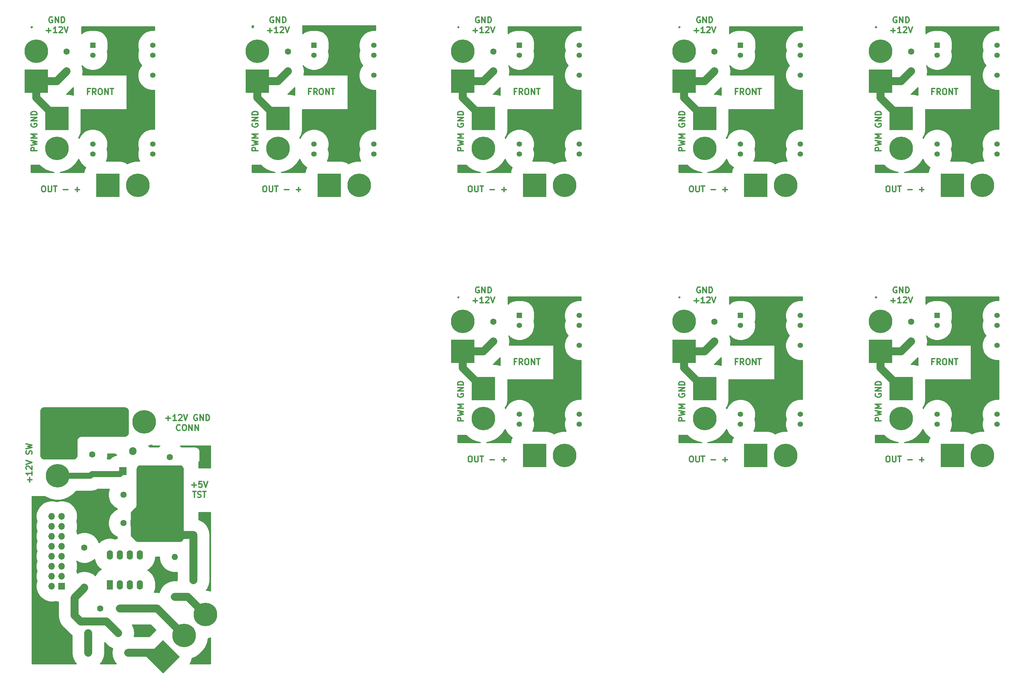
<source format=gbr>
G04 #@! TF.GenerationSoftware,KiCad,Pcbnew,5.1.5-1.fc30*
G04 #@! TF.CreationDate,2021-07-16T22:34:16+03:00*
G04 #@! TF.ProjectId,light,6c696768-742e-46b6-9963-61645f706362,rev?*
G04 #@! TF.SameCoordinates,Original*
G04 #@! TF.FileFunction,Copper,L1,Top*
G04 #@! TF.FilePolarity,Positive*
%FSLAX46Y46*%
G04 Gerber Fmt 4.6, Leading zero omitted, Abs format (unit mm)*
G04 Created by KiCad (PCBNEW 5.1.5-1.fc30) date 2021-07-16 22:34:16*
%MOMM*%
%LPD*%
G04 APERTURE LIST*
%ADD10C,0.300000*%
%ADD11C,1.600000*%
%ADD12C,5.999480*%
%ADD13R,5.999480X5.999480*%
%ADD14R,1.358000X1.358000*%
%ADD15C,1.358000*%
%ADD16C,0.100000*%
%ADD17O,1.905000X2.000000*%
%ADD18R,1.905000X2.000000*%
%ADD19O,1.700000X1.700000*%
%ADD20R,1.700000X1.700000*%
%ADD21O,1.600000X2.400000*%
%ADD22R,1.600000X2.400000*%
%ADD23O,1.600000X1.600000*%
%ADD24R,1.600000X1.600000*%
%ADD25C,2.000000*%
%ADD26C,1.500000*%
%ADD27C,2.000000*%
%ADD28C,1.000000*%
%ADD29C,0.254000*%
G04 APERTURE END LIST*
D10*
X257571428Y-106392857D02*
X257071428Y-106392857D01*
X257071428Y-107178571D02*
X257071428Y-105678571D01*
X257785714Y-105678571D01*
X259214285Y-107178571D02*
X258714285Y-106464285D01*
X258357142Y-107178571D02*
X258357142Y-105678571D01*
X258928571Y-105678571D01*
X259071428Y-105750000D01*
X259142857Y-105821428D01*
X259214285Y-105964285D01*
X259214285Y-106178571D01*
X259142857Y-106321428D01*
X259071428Y-106392857D01*
X258928571Y-106464285D01*
X258357142Y-106464285D01*
X260142857Y-105678571D02*
X260428571Y-105678571D01*
X260571428Y-105750000D01*
X260714285Y-105892857D01*
X260785714Y-106178571D01*
X260785714Y-106678571D01*
X260714285Y-106964285D01*
X260571428Y-107107142D01*
X260428571Y-107178571D01*
X260142857Y-107178571D01*
X260000000Y-107107142D01*
X259857142Y-106964285D01*
X259785714Y-106678571D01*
X259785714Y-106178571D01*
X259857142Y-105892857D01*
X260000000Y-105750000D01*
X260142857Y-105678571D01*
X261428571Y-107178571D02*
X261428571Y-105678571D01*
X262285714Y-107178571D01*
X262285714Y-105678571D01*
X262785714Y-105678571D02*
X263642857Y-105678571D01*
X263214285Y-107178571D02*
X263214285Y-105678571D01*
X244178571Y-121464285D02*
X242678571Y-121464285D01*
X242678571Y-120892857D01*
X242750000Y-120750000D01*
X242821428Y-120678571D01*
X242964285Y-120607142D01*
X243178571Y-120607142D01*
X243321428Y-120678571D01*
X243392857Y-120750000D01*
X243464285Y-120892857D01*
X243464285Y-121464285D01*
X242678571Y-120107142D02*
X244178571Y-119750000D01*
X243107142Y-119464285D01*
X244178571Y-119178571D01*
X242678571Y-118821428D01*
X244178571Y-118250000D02*
X242678571Y-118250000D01*
X243750000Y-117750000D01*
X242678571Y-117250000D01*
X244178571Y-117250000D01*
X242750000Y-114607142D02*
X242678571Y-114750000D01*
X242678571Y-114964285D01*
X242750000Y-115178571D01*
X242892857Y-115321428D01*
X243035714Y-115392857D01*
X243321428Y-115464285D01*
X243535714Y-115464285D01*
X243821428Y-115392857D01*
X243964285Y-115321428D01*
X244107142Y-115178571D01*
X244178571Y-114964285D01*
X244178571Y-114821428D01*
X244107142Y-114607142D01*
X244035714Y-114535714D01*
X243535714Y-114535714D01*
X243535714Y-114821428D01*
X244178571Y-113892857D02*
X242678571Y-113892857D01*
X244178571Y-113035714D01*
X242678571Y-113035714D01*
X244178571Y-112321428D02*
X242678571Y-112321428D01*
X242678571Y-111964285D01*
X242750000Y-111750000D01*
X242892857Y-111607142D01*
X243035714Y-111535714D01*
X243321428Y-111464285D01*
X243535714Y-111464285D01*
X243821428Y-111535714D01*
X243964285Y-111607142D01*
X244107142Y-111750000D01*
X244178571Y-111964285D01*
X244178571Y-112321428D01*
X194178571Y-121464285D02*
X192678571Y-121464285D01*
X192678571Y-120892857D01*
X192750000Y-120750000D01*
X192821428Y-120678571D01*
X192964285Y-120607142D01*
X193178571Y-120607142D01*
X193321428Y-120678571D01*
X193392857Y-120750000D01*
X193464285Y-120892857D01*
X193464285Y-121464285D01*
X192678571Y-120107142D02*
X194178571Y-119750000D01*
X193107142Y-119464285D01*
X194178571Y-119178571D01*
X192678571Y-118821428D01*
X194178571Y-118250000D02*
X192678571Y-118250000D01*
X193750000Y-117750000D01*
X192678571Y-117250000D01*
X194178571Y-117250000D01*
X192750000Y-114607142D02*
X192678571Y-114750000D01*
X192678571Y-114964285D01*
X192750000Y-115178571D01*
X192892857Y-115321428D01*
X193035714Y-115392857D01*
X193321428Y-115464285D01*
X193535714Y-115464285D01*
X193821428Y-115392857D01*
X193964285Y-115321428D01*
X194107142Y-115178571D01*
X194178571Y-114964285D01*
X194178571Y-114821428D01*
X194107142Y-114607142D01*
X194035714Y-114535714D01*
X193535714Y-114535714D01*
X193535714Y-114821428D01*
X194178571Y-113892857D02*
X192678571Y-113892857D01*
X194178571Y-113035714D01*
X192678571Y-113035714D01*
X194178571Y-112321428D02*
X192678571Y-112321428D01*
X192678571Y-111964285D01*
X192750000Y-111750000D01*
X192892857Y-111607142D01*
X193035714Y-111535714D01*
X193321428Y-111464285D01*
X193535714Y-111464285D01*
X193821428Y-111535714D01*
X193964285Y-111607142D01*
X194107142Y-111750000D01*
X194178571Y-111964285D01*
X194178571Y-112321428D01*
X207571428Y-106392857D02*
X207071428Y-106392857D01*
X207071428Y-107178571D02*
X207071428Y-105678571D01*
X207785714Y-105678571D01*
X209214285Y-107178571D02*
X208714285Y-106464285D01*
X208357142Y-107178571D02*
X208357142Y-105678571D01*
X208928571Y-105678571D01*
X209071428Y-105750000D01*
X209142857Y-105821428D01*
X209214285Y-105964285D01*
X209214285Y-106178571D01*
X209142857Y-106321428D01*
X209071428Y-106392857D01*
X208928571Y-106464285D01*
X208357142Y-106464285D01*
X210142857Y-105678571D02*
X210428571Y-105678571D01*
X210571428Y-105750000D01*
X210714285Y-105892857D01*
X210785714Y-106178571D01*
X210785714Y-106678571D01*
X210714285Y-106964285D01*
X210571428Y-107107142D01*
X210428571Y-107178571D01*
X210142857Y-107178571D01*
X210000000Y-107107142D01*
X209857142Y-106964285D01*
X209785714Y-106678571D01*
X209785714Y-106178571D01*
X209857142Y-105892857D01*
X210000000Y-105750000D01*
X210142857Y-105678571D01*
X211428571Y-107178571D02*
X211428571Y-105678571D01*
X212285714Y-107178571D01*
X212285714Y-105678571D01*
X212785714Y-105678571D02*
X213642857Y-105678571D01*
X213214285Y-107178571D02*
X213214285Y-105678571D01*
X137928571Y-121464285D02*
X136428571Y-121464285D01*
X136428571Y-120892857D01*
X136500000Y-120750000D01*
X136571428Y-120678571D01*
X136714285Y-120607142D01*
X136928571Y-120607142D01*
X137071428Y-120678571D01*
X137142857Y-120750000D01*
X137214285Y-120892857D01*
X137214285Y-121464285D01*
X136428571Y-120107142D02*
X137928571Y-119750000D01*
X136857142Y-119464285D01*
X137928571Y-119178571D01*
X136428571Y-118821428D01*
X137928571Y-118250000D02*
X136428571Y-118250000D01*
X137500000Y-117750000D01*
X136428571Y-117250000D01*
X137928571Y-117250000D01*
X136500000Y-114607142D02*
X136428571Y-114750000D01*
X136428571Y-114964285D01*
X136500000Y-115178571D01*
X136642857Y-115321428D01*
X136785714Y-115392857D01*
X137071428Y-115464285D01*
X137285714Y-115464285D01*
X137571428Y-115392857D01*
X137714285Y-115321428D01*
X137857142Y-115178571D01*
X137928571Y-114964285D01*
X137928571Y-114821428D01*
X137857142Y-114607142D01*
X137785714Y-114535714D01*
X137285714Y-114535714D01*
X137285714Y-114821428D01*
X137928571Y-113892857D02*
X136428571Y-113892857D01*
X137928571Y-113035714D01*
X136428571Y-113035714D01*
X137928571Y-112321428D02*
X136428571Y-112321428D01*
X136428571Y-111964285D01*
X136500000Y-111750000D01*
X136642857Y-111607142D01*
X136785714Y-111535714D01*
X137071428Y-111464285D01*
X137285714Y-111464285D01*
X137571428Y-111535714D01*
X137714285Y-111607142D01*
X137857142Y-111750000D01*
X137928571Y-111964285D01*
X137928571Y-112321428D01*
X195750000Y-130428571D02*
X196035714Y-130428571D01*
X196178571Y-130500000D01*
X196321428Y-130642857D01*
X196392857Y-130928571D01*
X196392857Y-131428571D01*
X196321428Y-131714285D01*
X196178571Y-131857142D01*
X196035714Y-131928571D01*
X195750000Y-131928571D01*
X195607142Y-131857142D01*
X195464285Y-131714285D01*
X195392857Y-131428571D01*
X195392857Y-130928571D01*
X195464285Y-130642857D01*
X195607142Y-130500000D01*
X195750000Y-130428571D01*
X197035714Y-130428571D02*
X197035714Y-131642857D01*
X197107142Y-131785714D01*
X197178571Y-131857142D01*
X197321428Y-131928571D01*
X197607142Y-131928571D01*
X197750000Y-131857142D01*
X197821428Y-131785714D01*
X197892857Y-131642857D01*
X197892857Y-130428571D01*
X198392857Y-130428571D02*
X199250000Y-130428571D01*
X198821428Y-131928571D02*
X198821428Y-130428571D01*
X200892857Y-131357142D02*
X202035714Y-131357142D01*
X203892857Y-131357142D02*
X205035714Y-131357142D01*
X204464285Y-131928571D02*
X204464285Y-130785714D01*
X248107142Y-87475000D02*
X247964285Y-87403571D01*
X247750000Y-87403571D01*
X247535714Y-87475000D01*
X247392857Y-87617857D01*
X247321428Y-87760714D01*
X247250000Y-88046428D01*
X247250000Y-88260714D01*
X247321428Y-88546428D01*
X247392857Y-88689285D01*
X247535714Y-88832142D01*
X247750000Y-88903571D01*
X247892857Y-88903571D01*
X248107142Y-88832142D01*
X248178571Y-88760714D01*
X248178571Y-88260714D01*
X247892857Y-88260714D01*
X248821428Y-88903571D02*
X248821428Y-87403571D01*
X249678571Y-88903571D01*
X249678571Y-87403571D01*
X250392857Y-88903571D02*
X250392857Y-87403571D01*
X250750000Y-87403571D01*
X250964285Y-87475000D01*
X251107142Y-87617857D01*
X251178571Y-87760714D01*
X251250000Y-88046428D01*
X251250000Y-88260714D01*
X251178571Y-88546428D01*
X251107142Y-88689285D01*
X250964285Y-88832142D01*
X250750000Y-88903571D01*
X250392857Y-88903571D01*
X246607142Y-90882142D02*
X247750000Y-90882142D01*
X247178571Y-91453571D02*
X247178571Y-90310714D01*
X249250000Y-91453571D02*
X248392857Y-91453571D01*
X248821428Y-91453571D02*
X248821428Y-89953571D01*
X248678571Y-90167857D01*
X248535714Y-90310714D01*
X248392857Y-90382142D01*
X249821428Y-90096428D02*
X249892857Y-90025000D01*
X250035714Y-89953571D01*
X250392857Y-89953571D01*
X250535714Y-90025000D01*
X250607142Y-90096428D01*
X250678571Y-90239285D01*
X250678571Y-90382142D01*
X250607142Y-90596428D01*
X249750000Y-91453571D01*
X250678571Y-91453571D01*
X251107142Y-89953571D02*
X251607142Y-91453571D01*
X252107142Y-89953571D01*
X245750000Y-130428571D02*
X246035714Y-130428571D01*
X246178571Y-130500000D01*
X246321428Y-130642857D01*
X246392857Y-130928571D01*
X246392857Y-131428571D01*
X246321428Y-131714285D01*
X246178571Y-131857142D01*
X246035714Y-131928571D01*
X245750000Y-131928571D01*
X245607142Y-131857142D01*
X245464285Y-131714285D01*
X245392857Y-131428571D01*
X245392857Y-130928571D01*
X245464285Y-130642857D01*
X245607142Y-130500000D01*
X245750000Y-130428571D01*
X247035714Y-130428571D02*
X247035714Y-131642857D01*
X247107142Y-131785714D01*
X247178571Y-131857142D01*
X247321428Y-131928571D01*
X247607142Y-131928571D01*
X247750000Y-131857142D01*
X247821428Y-131785714D01*
X247892857Y-131642857D01*
X247892857Y-130428571D01*
X248392857Y-130428571D02*
X249250000Y-130428571D01*
X248821428Y-131928571D02*
X248821428Y-130428571D01*
X250892857Y-131357142D02*
X252035714Y-131357142D01*
X253892857Y-131357142D02*
X255035714Y-131357142D01*
X254464285Y-131928571D02*
X254464285Y-130785714D01*
X141857142Y-87475000D02*
X141714285Y-87403571D01*
X141500000Y-87403571D01*
X141285714Y-87475000D01*
X141142857Y-87617857D01*
X141071428Y-87760714D01*
X141000000Y-88046428D01*
X141000000Y-88260714D01*
X141071428Y-88546428D01*
X141142857Y-88689285D01*
X141285714Y-88832142D01*
X141500000Y-88903571D01*
X141642857Y-88903571D01*
X141857142Y-88832142D01*
X141928571Y-88760714D01*
X141928571Y-88260714D01*
X141642857Y-88260714D01*
X142571428Y-88903571D02*
X142571428Y-87403571D01*
X143428571Y-88903571D01*
X143428571Y-87403571D01*
X144142857Y-88903571D02*
X144142857Y-87403571D01*
X144500000Y-87403571D01*
X144714285Y-87475000D01*
X144857142Y-87617857D01*
X144928571Y-87760714D01*
X145000000Y-88046428D01*
X145000000Y-88260714D01*
X144928571Y-88546428D01*
X144857142Y-88689285D01*
X144714285Y-88832142D01*
X144500000Y-88903571D01*
X144142857Y-88903571D01*
X140357142Y-90882142D02*
X141500000Y-90882142D01*
X140928571Y-91453571D02*
X140928571Y-90310714D01*
X143000000Y-91453571D02*
X142142857Y-91453571D01*
X142571428Y-91453571D02*
X142571428Y-89953571D01*
X142428571Y-90167857D01*
X142285714Y-90310714D01*
X142142857Y-90382142D01*
X143571428Y-90096428D02*
X143642857Y-90025000D01*
X143785714Y-89953571D01*
X144142857Y-89953571D01*
X144285714Y-90025000D01*
X144357142Y-90096428D01*
X144428571Y-90239285D01*
X144428571Y-90382142D01*
X144357142Y-90596428D01*
X143500000Y-91453571D01*
X144428571Y-91453571D01*
X144857142Y-89953571D02*
X145357142Y-91453571D01*
X145857142Y-89953571D01*
X139500000Y-130428571D02*
X139785714Y-130428571D01*
X139928571Y-130500000D01*
X140071428Y-130642857D01*
X140142857Y-130928571D01*
X140142857Y-131428571D01*
X140071428Y-131714285D01*
X139928571Y-131857142D01*
X139785714Y-131928571D01*
X139500000Y-131928571D01*
X139357142Y-131857142D01*
X139214285Y-131714285D01*
X139142857Y-131428571D01*
X139142857Y-130928571D01*
X139214285Y-130642857D01*
X139357142Y-130500000D01*
X139500000Y-130428571D01*
X140785714Y-130428571D02*
X140785714Y-131642857D01*
X140857142Y-131785714D01*
X140928571Y-131857142D01*
X141071428Y-131928571D01*
X141357142Y-131928571D01*
X141500000Y-131857142D01*
X141571428Y-131785714D01*
X141642857Y-131642857D01*
X141642857Y-130428571D01*
X142142857Y-130428571D02*
X143000000Y-130428571D01*
X142571428Y-131928571D02*
X142571428Y-130428571D01*
X144642857Y-131357142D02*
X145785714Y-131357142D01*
X147642857Y-131357142D02*
X148785714Y-131357142D01*
X148214285Y-131928571D02*
X148214285Y-130785714D01*
X151321428Y-106392857D02*
X150821428Y-106392857D01*
X150821428Y-107178571D02*
X150821428Y-105678571D01*
X151535714Y-105678571D01*
X152964285Y-107178571D02*
X152464285Y-106464285D01*
X152107142Y-107178571D02*
X152107142Y-105678571D01*
X152678571Y-105678571D01*
X152821428Y-105750000D01*
X152892857Y-105821428D01*
X152964285Y-105964285D01*
X152964285Y-106178571D01*
X152892857Y-106321428D01*
X152821428Y-106392857D01*
X152678571Y-106464285D01*
X152107142Y-106464285D01*
X153892857Y-105678571D02*
X154178571Y-105678571D01*
X154321428Y-105750000D01*
X154464285Y-105892857D01*
X154535714Y-106178571D01*
X154535714Y-106678571D01*
X154464285Y-106964285D01*
X154321428Y-107107142D01*
X154178571Y-107178571D01*
X153892857Y-107178571D01*
X153750000Y-107107142D01*
X153607142Y-106964285D01*
X153535714Y-106678571D01*
X153535714Y-106178571D01*
X153607142Y-105892857D01*
X153750000Y-105750000D01*
X153892857Y-105678571D01*
X155178571Y-107178571D02*
X155178571Y-105678571D01*
X156035714Y-107178571D01*
X156035714Y-105678571D01*
X156535714Y-105678571D02*
X157392857Y-105678571D01*
X156964285Y-107178571D02*
X156964285Y-105678571D01*
X198107142Y-87475000D02*
X197964285Y-87403571D01*
X197750000Y-87403571D01*
X197535714Y-87475000D01*
X197392857Y-87617857D01*
X197321428Y-87760714D01*
X197250000Y-88046428D01*
X197250000Y-88260714D01*
X197321428Y-88546428D01*
X197392857Y-88689285D01*
X197535714Y-88832142D01*
X197750000Y-88903571D01*
X197892857Y-88903571D01*
X198107142Y-88832142D01*
X198178571Y-88760714D01*
X198178571Y-88260714D01*
X197892857Y-88260714D01*
X198821428Y-88903571D02*
X198821428Y-87403571D01*
X199678571Y-88903571D01*
X199678571Y-87403571D01*
X200392857Y-88903571D02*
X200392857Y-87403571D01*
X200750000Y-87403571D01*
X200964285Y-87475000D01*
X201107142Y-87617857D01*
X201178571Y-87760714D01*
X201250000Y-88046428D01*
X201250000Y-88260714D01*
X201178571Y-88546428D01*
X201107142Y-88689285D01*
X200964285Y-88832142D01*
X200750000Y-88903571D01*
X200392857Y-88903571D01*
X196607142Y-90882142D02*
X197750000Y-90882142D01*
X197178571Y-91453571D02*
X197178571Y-90310714D01*
X199250000Y-91453571D02*
X198392857Y-91453571D01*
X198821428Y-91453571D02*
X198821428Y-89953571D01*
X198678571Y-90167857D01*
X198535714Y-90310714D01*
X198392857Y-90382142D01*
X199821428Y-90096428D02*
X199892857Y-90025000D01*
X200035714Y-89953571D01*
X200392857Y-89953571D01*
X200535714Y-90025000D01*
X200607142Y-90096428D01*
X200678571Y-90239285D01*
X200678571Y-90382142D01*
X200607142Y-90596428D01*
X199750000Y-91453571D01*
X200678571Y-91453571D01*
X201107142Y-89953571D02*
X201607142Y-91453571D01*
X202107142Y-89953571D01*
X244178571Y-52714285D02*
X242678571Y-52714285D01*
X242678571Y-52142857D01*
X242750000Y-52000000D01*
X242821428Y-51928571D01*
X242964285Y-51857142D01*
X243178571Y-51857142D01*
X243321428Y-51928571D01*
X243392857Y-52000000D01*
X243464285Y-52142857D01*
X243464285Y-52714285D01*
X242678571Y-51357142D02*
X244178571Y-51000000D01*
X243107142Y-50714285D01*
X244178571Y-50428571D01*
X242678571Y-50071428D01*
X244178571Y-49500000D02*
X242678571Y-49500000D01*
X243750000Y-49000000D01*
X242678571Y-48500000D01*
X244178571Y-48500000D01*
X242750000Y-45857142D02*
X242678571Y-46000000D01*
X242678571Y-46214285D01*
X242750000Y-46428571D01*
X242892857Y-46571428D01*
X243035714Y-46642857D01*
X243321428Y-46714285D01*
X243535714Y-46714285D01*
X243821428Y-46642857D01*
X243964285Y-46571428D01*
X244107142Y-46428571D01*
X244178571Y-46214285D01*
X244178571Y-46071428D01*
X244107142Y-45857142D01*
X244035714Y-45785714D01*
X243535714Y-45785714D01*
X243535714Y-46071428D01*
X244178571Y-45142857D02*
X242678571Y-45142857D01*
X244178571Y-44285714D01*
X242678571Y-44285714D01*
X244178571Y-43571428D02*
X242678571Y-43571428D01*
X242678571Y-43214285D01*
X242750000Y-43000000D01*
X242892857Y-42857142D01*
X243035714Y-42785714D01*
X243321428Y-42714285D01*
X243535714Y-42714285D01*
X243821428Y-42785714D01*
X243964285Y-42857142D01*
X244107142Y-43000000D01*
X244178571Y-43214285D01*
X244178571Y-43571428D01*
X257571428Y-37642857D02*
X257071428Y-37642857D01*
X257071428Y-38428571D02*
X257071428Y-36928571D01*
X257785714Y-36928571D01*
X259214285Y-38428571D02*
X258714285Y-37714285D01*
X258357142Y-38428571D02*
X258357142Y-36928571D01*
X258928571Y-36928571D01*
X259071428Y-37000000D01*
X259142857Y-37071428D01*
X259214285Y-37214285D01*
X259214285Y-37428571D01*
X259142857Y-37571428D01*
X259071428Y-37642857D01*
X258928571Y-37714285D01*
X258357142Y-37714285D01*
X260142857Y-36928571D02*
X260428571Y-36928571D01*
X260571428Y-37000000D01*
X260714285Y-37142857D01*
X260785714Y-37428571D01*
X260785714Y-37928571D01*
X260714285Y-38214285D01*
X260571428Y-38357142D01*
X260428571Y-38428571D01*
X260142857Y-38428571D01*
X260000000Y-38357142D01*
X259857142Y-38214285D01*
X259785714Y-37928571D01*
X259785714Y-37428571D01*
X259857142Y-37142857D01*
X260000000Y-37000000D01*
X260142857Y-36928571D01*
X261428571Y-38428571D02*
X261428571Y-36928571D01*
X262285714Y-38428571D01*
X262285714Y-36928571D01*
X262785714Y-36928571D02*
X263642857Y-36928571D01*
X263214285Y-38428571D02*
X263214285Y-36928571D01*
X245750000Y-61678571D02*
X246035714Y-61678571D01*
X246178571Y-61750000D01*
X246321428Y-61892857D01*
X246392857Y-62178571D01*
X246392857Y-62678571D01*
X246321428Y-62964285D01*
X246178571Y-63107142D01*
X246035714Y-63178571D01*
X245750000Y-63178571D01*
X245607142Y-63107142D01*
X245464285Y-62964285D01*
X245392857Y-62678571D01*
X245392857Y-62178571D01*
X245464285Y-61892857D01*
X245607142Y-61750000D01*
X245750000Y-61678571D01*
X247035714Y-61678571D02*
X247035714Y-62892857D01*
X247107142Y-63035714D01*
X247178571Y-63107142D01*
X247321428Y-63178571D01*
X247607142Y-63178571D01*
X247750000Y-63107142D01*
X247821428Y-63035714D01*
X247892857Y-62892857D01*
X247892857Y-61678571D01*
X248392857Y-61678571D02*
X249250000Y-61678571D01*
X248821428Y-63178571D02*
X248821428Y-61678571D01*
X250892857Y-62607142D02*
X252035714Y-62607142D01*
X253892857Y-62607142D02*
X255035714Y-62607142D01*
X254464285Y-63178571D02*
X254464285Y-62035714D01*
X248107142Y-18725000D02*
X247964285Y-18653571D01*
X247750000Y-18653571D01*
X247535714Y-18725000D01*
X247392857Y-18867857D01*
X247321428Y-19010714D01*
X247250000Y-19296428D01*
X247250000Y-19510714D01*
X247321428Y-19796428D01*
X247392857Y-19939285D01*
X247535714Y-20082142D01*
X247750000Y-20153571D01*
X247892857Y-20153571D01*
X248107142Y-20082142D01*
X248178571Y-20010714D01*
X248178571Y-19510714D01*
X247892857Y-19510714D01*
X248821428Y-20153571D02*
X248821428Y-18653571D01*
X249678571Y-20153571D01*
X249678571Y-18653571D01*
X250392857Y-20153571D02*
X250392857Y-18653571D01*
X250750000Y-18653571D01*
X250964285Y-18725000D01*
X251107142Y-18867857D01*
X251178571Y-19010714D01*
X251250000Y-19296428D01*
X251250000Y-19510714D01*
X251178571Y-19796428D01*
X251107142Y-19939285D01*
X250964285Y-20082142D01*
X250750000Y-20153571D01*
X250392857Y-20153571D01*
X246607142Y-22132142D02*
X247750000Y-22132142D01*
X247178571Y-22703571D02*
X247178571Y-21560714D01*
X249250000Y-22703571D02*
X248392857Y-22703571D01*
X248821428Y-22703571D02*
X248821428Y-21203571D01*
X248678571Y-21417857D01*
X248535714Y-21560714D01*
X248392857Y-21632142D01*
X249821428Y-21346428D02*
X249892857Y-21275000D01*
X250035714Y-21203571D01*
X250392857Y-21203571D01*
X250535714Y-21275000D01*
X250607142Y-21346428D01*
X250678571Y-21489285D01*
X250678571Y-21632142D01*
X250607142Y-21846428D01*
X249750000Y-22703571D01*
X250678571Y-22703571D01*
X251107142Y-21203571D02*
X251607142Y-22703571D01*
X252107142Y-21203571D01*
X194178571Y-52714285D02*
X192678571Y-52714285D01*
X192678571Y-52142857D01*
X192750000Y-52000000D01*
X192821428Y-51928571D01*
X192964285Y-51857142D01*
X193178571Y-51857142D01*
X193321428Y-51928571D01*
X193392857Y-52000000D01*
X193464285Y-52142857D01*
X193464285Y-52714285D01*
X192678571Y-51357142D02*
X194178571Y-51000000D01*
X193107142Y-50714285D01*
X194178571Y-50428571D01*
X192678571Y-50071428D01*
X194178571Y-49500000D02*
X192678571Y-49500000D01*
X193750000Y-49000000D01*
X192678571Y-48500000D01*
X194178571Y-48500000D01*
X192750000Y-45857142D02*
X192678571Y-46000000D01*
X192678571Y-46214285D01*
X192750000Y-46428571D01*
X192892857Y-46571428D01*
X193035714Y-46642857D01*
X193321428Y-46714285D01*
X193535714Y-46714285D01*
X193821428Y-46642857D01*
X193964285Y-46571428D01*
X194107142Y-46428571D01*
X194178571Y-46214285D01*
X194178571Y-46071428D01*
X194107142Y-45857142D01*
X194035714Y-45785714D01*
X193535714Y-45785714D01*
X193535714Y-46071428D01*
X194178571Y-45142857D02*
X192678571Y-45142857D01*
X194178571Y-44285714D01*
X192678571Y-44285714D01*
X194178571Y-43571428D02*
X192678571Y-43571428D01*
X192678571Y-43214285D01*
X192750000Y-43000000D01*
X192892857Y-42857142D01*
X193035714Y-42785714D01*
X193321428Y-42714285D01*
X193535714Y-42714285D01*
X193821428Y-42785714D01*
X193964285Y-42857142D01*
X194107142Y-43000000D01*
X194178571Y-43214285D01*
X194178571Y-43571428D01*
X207571428Y-37642857D02*
X207071428Y-37642857D01*
X207071428Y-38428571D02*
X207071428Y-36928571D01*
X207785714Y-36928571D01*
X209214285Y-38428571D02*
X208714285Y-37714285D01*
X208357142Y-38428571D02*
X208357142Y-36928571D01*
X208928571Y-36928571D01*
X209071428Y-37000000D01*
X209142857Y-37071428D01*
X209214285Y-37214285D01*
X209214285Y-37428571D01*
X209142857Y-37571428D01*
X209071428Y-37642857D01*
X208928571Y-37714285D01*
X208357142Y-37714285D01*
X210142857Y-36928571D02*
X210428571Y-36928571D01*
X210571428Y-37000000D01*
X210714285Y-37142857D01*
X210785714Y-37428571D01*
X210785714Y-37928571D01*
X210714285Y-38214285D01*
X210571428Y-38357142D01*
X210428571Y-38428571D01*
X210142857Y-38428571D01*
X210000000Y-38357142D01*
X209857142Y-38214285D01*
X209785714Y-37928571D01*
X209785714Y-37428571D01*
X209857142Y-37142857D01*
X210000000Y-37000000D01*
X210142857Y-36928571D01*
X211428571Y-38428571D02*
X211428571Y-36928571D01*
X212285714Y-38428571D01*
X212285714Y-36928571D01*
X212785714Y-36928571D02*
X213642857Y-36928571D01*
X213214285Y-38428571D02*
X213214285Y-36928571D01*
X198107142Y-18725000D02*
X197964285Y-18653571D01*
X197750000Y-18653571D01*
X197535714Y-18725000D01*
X197392857Y-18867857D01*
X197321428Y-19010714D01*
X197250000Y-19296428D01*
X197250000Y-19510714D01*
X197321428Y-19796428D01*
X197392857Y-19939285D01*
X197535714Y-20082142D01*
X197750000Y-20153571D01*
X197892857Y-20153571D01*
X198107142Y-20082142D01*
X198178571Y-20010714D01*
X198178571Y-19510714D01*
X197892857Y-19510714D01*
X198821428Y-20153571D02*
X198821428Y-18653571D01*
X199678571Y-20153571D01*
X199678571Y-18653571D01*
X200392857Y-20153571D02*
X200392857Y-18653571D01*
X200750000Y-18653571D01*
X200964285Y-18725000D01*
X201107142Y-18867857D01*
X201178571Y-19010714D01*
X201250000Y-19296428D01*
X201250000Y-19510714D01*
X201178571Y-19796428D01*
X201107142Y-19939285D01*
X200964285Y-20082142D01*
X200750000Y-20153571D01*
X200392857Y-20153571D01*
X196607142Y-22132142D02*
X197750000Y-22132142D01*
X197178571Y-22703571D02*
X197178571Y-21560714D01*
X199250000Y-22703571D02*
X198392857Y-22703571D01*
X198821428Y-22703571D02*
X198821428Y-21203571D01*
X198678571Y-21417857D01*
X198535714Y-21560714D01*
X198392857Y-21632142D01*
X199821428Y-21346428D02*
X199892857Y-21275000D01*
X200035714Y-21203571D01*
X200392857Y-21203571D01*
X200535714Y-21275000D01*
X200607142Y-21346428D01*
X200678571Y-21489285D01*
X200678571Y-21632142D01*
X200607142Y-21846428D01*
X199750000Y-22703571D01*
X200678571Y-22703571D01*
X201107142Y-21203571D02*
X201607142Y-22703571D01*
X202107142Y-21203571D01*
X195750000Y-61678571D02*
X196035714Y-61678571D01*
X196178571Y-61750000D01*
X196321428Y-61892857D01*
X196392857Y-62178571D01*
X196392857Y-62678571D01*
X196321428Y-62964285D01*
X196178571Y-63107142D01*
X196035714Y-63178571D01*
X195750000Y-63178571D01*
X195607142Y-63107142D01*
X195464285Y-62964285D01*
X195392857Y-62678571D01*
X195392857Y-62178571D01*
X195464285Y-61892857D01*
X195607142Y-61750000D01*
X195750000Y-61678571D01*
X197035714Y-61678571D02*
X197035714Y-62892857D01*
X197107142Y-63035714D01*
X197178571Y-63107142D01*
X197321428Y-63178571D01*
X197607142Y-63178571D01*
X197750000Y-63107142D01*
X197821428Y-63035714D01*
X197892857Y-62892857D01*
X197892857Y-61678571D01*
X198392857Y-61678571D02*
X199250000Y-61678571D01*
X198821428Y-63178571D02*
X198821428Y-61678571D01*
X200892857Y-62607142D02*
X202035714Y-62607142D01*
X203892857Y-62607142D02*
X205035714Y-62607142D01*
X204464285Y-63178571D02*
X204464285Y-62035714D01*
X141857142Y-18725000D02*
X141714285Y-18653571D01*
X141500000Y-18653571D01*
X141285714Y-18725000D01*
X141142857Y-18867857D01*
X141071428Y-19010714D01*
X141000000Y-19296428D01*
X141000000Y-19510714D01*
X141071428Y-19796428D01*
X141142857Y-19939285D01*
X141285714Y-20082142D01*
X141500000Y-20153571D01*
X141642857Y-20153571D01*
X141857142Y-20082142D01*
X141928571Y-20010714D01*
X141928571Y-19510714D01*
X141642857Y-19510714D01*
X142571428Y-20153571D02*
X142571428Y-18653571D01*
X143428571Y-20153571D01*
X143428571Y-18653571D01*
X144142857Y-20153571D02*
X144142857Y-18653571D01*
X144500000Y-18653571D01*
X144714285Y-18725000D01*
X144857142Y-18867857D01*
X144928571Y-19010714D01*
X145000000Y-19296428D01*
X145000000Y-19510714D01*
X144928571Y-19796428D01*
X144857142Y-19939285D01*
X144714285Y-20082142D01*
X144500000Y-20153571D01*
X144142857Y-20153571D01*
X140357142Y-22132142D02*
X141500000Y-22132142D01*
X140928571Y-22703571D02*
X140928571Y-21560714D01*
X143000000Y-22703571D02*
X142142857Y-22703571D01*
X142571428Y-22703571D02*
X142571428Y-21203571D01*
X142428571Y-21417857D01*
X142285714Y-21560714D01*
X142142857Y-21632142D01*
X143571428Y-21346428D02*
X143642857Y-21275000D01*
X143785714Y-21203571D01*
X144142857Y-21203571D01*
X144285714Y-21275000D01*
X144357142Y-21346428D01*
X144428571Y-21489285D01*
X144428571Y-21632142D01*
X144357142Y-21846428D01*
X143500000Y-22703571D01*
X144428571Y-22703571D01*
X144857142Y-21203571D02*
X145357142Y-22703571D01*
X145857142Y-21203571D01*
X139500000Y-61678571D02*
X139785714Y-61678571D01*
X139928571Y-61750000D01*
X140071428Y-61892857D01*
X140142857Y-62178571D01*
X140142857Y-62678571D01*
X140071428Y-62964285D01*
X139928571Y-63107142D01*
X139785714Y-63178571D01*
X139500000Y-63178571D01*
X139357142Y-63107142D01*
X139214285Y-62964285D01*
X139142857Y-62678571D01*
X139142857Y-62178571D01*
X139214285Y-61892857D01*
X139357142Y-61750000D01*
X139500000Y-61678571D01*
X140785714Y-61678571D02*
X140785714Y-62892857D01*
X140857142Y-63035714D01*
X140928571Y-63107142D01*
X141071428Y-63178571D01*
X141357142Y-63178571D01*
X141500000Y-63107142D01*
X141571428Y-63035714D01*
X141642857Y-62892857D01*
X141642857Y-61678571D01*
X142142857Y-61678571D02*
X143000000Y-61678571D01*
X142571428Y-63178571D02*
X142571428Y-61678571D01*
X144642857Y-62607142D02*
X145785714Y-62607142D01*
X147642857Y-62607142D02*
X148785714Y-62607142D01*
X148214285Y-63178571D02*
X148214285Y-62035714D01*
X137928571Y-52714285D02*
X136428571Y-52714285D01*
X136428571Y-52142857D01*
X136500000Y-52000000D01*
X136571428Y-51928571D01*
X136714285Y-51857142D01*
X136928571Y-51857142D01*
X137071428Y-51928571D01*
X137142857Y-52000000D01*
X137214285Y-52142857D01*
X137214285Y-52714285D01*
X136428571Y-51357142D02*
X137928571Y-51000000D01*
X136857142Y-50714285D01*
X137928571Y-50428571D01*
X136428571Y-50071428D01*
X137928571Y-49500000D02*
X136428571Y-49500000D01*
X137500000Y-49000000D01*
X136428571Y-48500000D01*
X137928571Y-48500000D01*
X136500000Y-45857142D02*
X136428571Y-46000000D01*
X136428571Y-46214285D01*
X136500000Y-46428571D01*
X136642857Y-46571428D01*
X136785714Y-46642857D01*
X137071428Y-46714285D01*
X137285714Y-46714285D01*
X137571428Y-46642857D01*
X137714285Y-46571428D01*
X137857142Y-46428571D01*
X137928571Y-46214285D01*
X137928571Y-46071428D01*
X137857142Y-45857142D01*
X137785714Y-45785714D01*
X137285714Y-45785714D01*
X137285714Y-46071428D01*
X137928571Y-45142857D02*
X136428571Y-45142857D01*
X137928571Y-44285714D01*
X136428571Y-44285714D01*
X137928571Y-43571428D02*
X136428571Y-43571428D01*
X136428571Y-43214285D01*
X136500000Y-43000000D01*
X136642857Y-42857142D01*
X136785714Y-42785714D01*
X137071428Y-42714285D01*
X137285714Y-42714285D01*
X137571428Y-42785714D01*
X137714285Y-42857142D01*
X137857142Y-43000000D01*
X137928571Y-43214285D01*
X137928571Y-43571428D01*
X151321428Y-37642857D02*
X150821428Y-37642857D01*
X150821428Y-38428571D02*
X150821428Y-36928571D01*
X151535714Y-36928571D01*
X152964285Y-38428571D02*
X152464285Y-37714285D01*
X152107142Y-38428571D02*
X152107142Y-36928571D01*
X152678571Y-36928571D01*
X152821428Y-37000000D01*
X152892857Y-37071428D01*
X152964285Y-37214285D01*
X152964285Y-37428571D01*
X152892857Y-37571428D01*
X152821428Y-37642857D01*
X152678571Y-37714285D01*
X152107142Y-37714285D01*
X153892857Y-36928571D02*
X154178571Y-36928571D01*
X154321428Y-37000000D01*
X154464285Y-37142857D01*
X154535714Y-37428571D01*
X154535714Y-37928571D01*
X154464285Y-38214285D01*
X154321428Y-38357142D01*
X154178571Y-38428571D01*
X153892857Y-38428571D01*
X153750000Y-38357142D01*
X153607142Y-38214285D01*
X153535714Y-37928571D01*
X153535714Y-37428571D01*
X153607142Y-37142857D01*
X153750000Y-37000000D01*
X153892857Y-36928571D01*
X155178571Y-38428571D02*
X155178571Y-36928571D01*
X156035714Y-38428571D01*
X156035714Y-36928571D01*
X156535714Y-36928571D02*
X157392857Y-36928571D01*
X156964285Y-38428571D02*
X156964285Y-36928571D01*
X89607142Y-18725000D02*
X89464285Y-18653571D01*
X89250000Y-18653571D01*
X89035714Y-18725000D01*
X88892857Y-18867857D01*
X88821428Y-19010714D01*
X88750000Y-19296428D01*
X88750000Y-19510714D01*
X88821428Y-19796428D01*
X88892857Y-19939285D01*
X89035714Y-20082142D01*
X89250000Y-20153571D01*
X89392857Y-20153571D01*
X89607142Y-20082142D01*
X89678571Y-20010714D01*
X89678571Y-19510714D01*
X89392857Y-19510714D01*
X90321428Y-20153571D02*
X90321428Y-18653571D01*
X91178571Y-20153571D01*
X91178571Y-18653571D01*
X91892857Y-20153571D02*
X91892857Y-18653571D01*
X92250000Y-18653571D01*
X92464285Y-18725000D01*
X92607142Y-18867857D01*
X92678571Y-19010714D01*
X92750000Y-19296428D01*
X92750000Y-19510714D01*
X92678571Y-19796428D01*
X92607142Y-19939285D01*
X92464285Y-20082142D01*
X92250000Y-20153571D01*
X91892857Y-20153571D01*
X88107142Y-22132142D02*
X89250000Y-22132142D01*
X88678571Y-22703571D02*
X88678571Y-21560714D01*
X90750000Y-22703571D02*
X89892857Y-22703571D01*
X90321428Y-22703571D02*
X90321428Y-21203571D01*
X90178571Y-21417857D01*
X90035714Y-21560714D01*
X89892857Y-21632142D01*
X91321428Y-21346428D02*
X91392857Y-21275000D01*
X91535714Y-21203571D01*
X91892857Y-21203571D01*
X92035714Y-21275000D01*
X92107142Y-21346428D01*
X92178571Y-21489285D01*
X92178571Y-21632142D01*
X92107142Y-21846428D01*
X91250000Y-22703571D01*
X92178571Y-22703571D01*
X92607142Y-21203571D02*
X93107142Y-22703571D01*
X93607142Y-21203571D01*
X87250000Y-61678571D02*
X87535714Y-61678571D01*
X87678571Y-61750000D01*
X87821428Y-61892857D01*
X87892857Y-62178571D01*
X87892857Y-62678571D01*
X87821428Y-62964285D01*
X87678571Y-63107142D01*
X87535714Y-63178571D01*
X87250000Y-63178571D01*
X87107142Y-63107142D01*
X86964285Y-62964285D01*
X86892857Y-62678571D01*
X86892857Y-62178571D01*
X86964285Y-61892857D01*
X87107142Y-61750000D01*
X87250000Y-61678571D01*
X88535714Y-61678571D02*
X88535714Y-62892857D01*
X88607142Y-63035714D01*
X88678571Y-63107142D01*
X88821428Y-63178571D01*
X89107142Y-63178571D01*
X89250000Y-63107142D01*
X89321428Y-63035714D01*
X89392857Y-62892857D01*
X89392857Y-61678571D01*
X89892857Y-61678571D02*
X90750000Y-61678571D01*
X90321428Y-63178571D02*
X90321428Y-61678571D01*
X92392857Y-62607142D02*
X93535714Y-62607142D01*
X95392857Y-62607142D02*
X96535714Y-62607142D01*
X95964285Y-63178571D02*
X95964285Y-62035714D01*
X85678571Y-52714285D02*
X84178571Y-52714285D01*
X84178571Y-52142857D01*
X84250000Y-52000000D01*
X84321428Y-51928571D01*
X84464285Y-51857142D01*
X84678571Y-51857142D01*
X84821428Y-51928571D01*
X84892857Y-52000000D01*
X84964285Y-52142857D01*
X84964285Y-52714285D01*
X84178571Y-51357142D02*
X85678571Y-51000000D01*
X84607142Y-50714285D01*
X85678571Y-50428571D01*
X84178571Y-50071428D01*
X85678571Y-49500000D02*
X84178571Y-49500000D01*
X85250000Y-49000000D01*
X84178571Y-48500000D01*
X85678571Y-48500000D01*
X84250000Y-45857142D02*
X84178571Y-46000000D01*
X84178571Y-46214285D01*
X84250000Y-46428571D01*
X84392857Y-46571428D01*
X84535714Y-46642857D01*
X84821428Y-46714285D01*
X85035714Y-46714285D01*
X85321428Y-46642857D01*
X85464285Y-46571428D01*
X85607142Y-46428571D01*
X85678571Y-46214285D01*
X85678571Y-46071428D01*
X85607142Y-45857142D01*
X85535714Y-45785714D01*
X85035714Y-45785714D01*
X85035714Y-46071428D01*
X85678571Y-45142857D02*
X84178571Y-45142857D01*
X85678571Y-44285714D01*
X84178571Y-44285714D01*
X85678571Y-43571428D02*
X84178571Y-43571428D01*
X84178571Y-43214285D01*
X84250000Y-43000000D01*
X84392857Y-42857142D01*
X84535714Y-42785714D01*
X84821428Y-42714285D01*
X85035714Y-42714285D01*
X85321428Y-42785714D01*
X85464285Y-42857142D01*
X85607142Y-43000000D01*
X85678571Y-43214285D01*
X85678571Y-43571428D01*
X99071428Y-37642857D02*
X98571428Y-37642857D01*
X98571428Y-38428571D02*
X98571428Y-36928571D01*
X99285714Y-36928571D01*
X100714285Y-38428571D02*
X100214285Y-37714285D01*
X99857142Y-38428571D02*
X99857142Y-36928571D01*
X100428571Y-36928571D01*
X100571428Y-37000000D01*
X100642857Y-37071428D01*
X100714285Y-37214285D01*
X100714285Y-37428571D01*
X100642857Y-37571428D01*
X100571428Y-37642857D01*
X100428571Y-37714285D01*
X99857142Y-37714285D01*
X101642857Y-36928571D02*
X101928571Y-36928571D01*
X102071428Y-37000000D01*
X102214285Y-37142857D01*
X102285714Y-37428571D01*
X102285714Y-37928571D01*
X102214285Y-38214285D01*
X102071428Y-38357142D01*
X101928571Y-38428571D01*
X101642857Y-38428571D01*
X101500000Y-38357142D01*
X101357142Y-38214285D01*
X101285714Y-37928571D01*
X101285714Y-37428571D01*
X101357142Y-37142857D01*
X101500000Y-37000000D01*
X101642857Y-36928571D01*
X102928571Y-38428571D02*
X102928571Y-36928571D01*
X103785714Y-38428571D01*
X103785714Y-36928571D01*
X104285714Y-36928571D02*
X105142857Y-36928571D01*
X104714285Y-38428571D02*
X104714285Y-36928571D01*
X42821428Y-37642857D02*
X42321428Y-37642857D01*
X42321428Y-38428571D02*
X42321428Y-36928571D01*
X43035714Y-36928571D01*
X44464285Y-38428571D02*
X43964285Y-37714285D01*
X43607142Y-38428571D02*
X43607142Y-36928571D01*
X44178571Y-36928571D01*
X44321428Y-37000000D01*
X44392857Y-37071428D01*
X44464285Y-37214285D01*
X44464285Y-37428571D01*
X44392857Y-37571428D01*
X44321428Y-37642857D01*
X44178571Y-37714285D01*
X43607142Y-37714285D01*
X45392857Y-36928571D02*
X45678571Y-36928571D01*
X45821428Y-37000000D01*
X45964285Y-37142857D01*
X46035714Y-37428571D01*
X46035714Y-37928571D01*
X45964285Y-38214285D01*
X45821428Y-38357142D01*
X45678571Y-38428571D01*
X45392857Y-38428571D01*
X45250000Y-38357142D01*
X45107142Y-38214285D01*
X45035714Y-37928571D01*
X45035714Y-37428571D01*
X45107142Y-37142857D01*
X45250000Y-37000000D01*
X45392857Y-36928571D01*
X46678571Y-38428571D02*
X46678571Y-36928571D01*
X47535714Y-38428571D01*
X47535714Y-36928571D01*
X48035714Y-36928571D02*
X48892857Y-36928571D01*
X48464285Y-38428571D02*
X48464285Y-36928571D01*
X29428571Y-52714285D02*
X27928571Y-52714285D01*
X27928571Y-52142857D01*
X28000000Y-52000000D01*
X28071428Y-51928571D01*
X28214285Y-51857142D01*
X28428571Y-51857142D01*
X28571428Y-51928571D01*
X28642857Y-52000000D01*
X28714285Y-52142857D01*
X28714285Y-52714285D01*
X27928571Y-51357142D02*
X29428571Y-51000000D01*
X28357142Y-50714285D01*
X29428571Y-50428571D01*
X27928571Y-50071428D01*
X29428571Y-49500000D02*
X27928571Y-49500000D01*
X29000000Y-49000000D01*
X27928571Y-48500000D01*
X29428571Y-48500000D01*
X28000000Y-45857142D02*
X27928571Y-46000000D01*
X27928571Y-46214285D01*
X28000000Y-46428571D01*
X28142857Y-46571428D01*
X28285714Y-46642857D01*
X28571428Y-46714285D01*
X28785714Y-46714285D01*
X29071428Y-46642857D01*
X29214285Y-46571428D01*
X29357142Y-46428571D01*
X29428571Y-46214285D01*
X29428571Y-46071428D01*
X29357142Y-45857142D01*
X29285714Y-45785714D01*
X28785714Y-45785714D01*
X28785714Y-46071428D01*
X29428571Y-45142857D02*
X27928571Y-45142857D01*
X29428571Y-44285714D01*
X27928571Y-44285714D01*
X29428571Y-43571428D02*
X27928571Y-43571428D01*
X27928571Y-43214285D01*
X28000000Y-43000000D01*
X28142857Y-42857142D01*
X28285714Y-42785714D01*
X28571428Y-42714285D01*
X28785714Y-42714285D01*
X29071428Y-42785714D01*
X29214285Y-42857142D01*
X29357142Y-43000000D01*
X29428571Y-43214285D01*
X29428571Y-43571428D01*
X31000000Y-61678571D02*
X31285714Y-61678571D01*
X31428571Y-61750000D01*
X31571428Y-61892857D01*
X31642857Y-62178571D01*
X31642857Y-62678571D01*
X31571428Y-62964285D01*
X31428571Y-63107142D01*
X31285714Y-63178571D01*
X31000000Y-63178571D01*
X30857142Y-63107142D01*
X30714285Y-62964285D01*
X30642857Y-62678571D01*
X30642857Y-62178571D01*
X30714285Y-61892857D01*
X30857142Y-61750000D01*
X31000000Y-61678571D01*
X32285714Y-61678571D02*
X32285714Y-62892857D01*
X32357142Y-63035714D01*
X32428571Y-63107142D01*
X32571428Y-63178571D01*
X32857142Y-63178571D01*
X33000000Y-63107142D01*
X33071428Y-63035714D01*
X33142857Y-62892857D01*
X33142857Y-61678571D01*
X33642857Y-61678571D02*
X34500000Y-61678571D01*
X34071428Y-63178571D02*
X34071428Y-61678571D01*
X36142857Y-62607142D02*
X37285714Y-62607142D01*
X39142857Y-62607142D02*
X40285714Y-62607142D01*
X39714285Y-63178571D02*
X39714285Y-62035714D01*
X33357142Y-18725000D02*
X33214285Y-18653571D01*
X33000000Y-18653571D01*
X32785714Y-18725000D01*
X32642857Y-18867857D01*
X32571428Y-19010714D01*
X32500000Y-19296428D01*
X32500000Y-19510714D01*
X32571428Y-19796428D01*
X32642857Y-19939285D01*
X32785714Y-20082142D01*
X33000000Y-20153571D01*
X33142857Y-20153571D01*
X33357142Y-20082142D01*
X33428571Y-20010714D01*
X33428571Y-19510714D01*
X33142857Y-19510714D01*
X34071428Y-20153571D02*
X34071428Y-18653571D01*
X34928571Y-20153571D01*
X34928571Y-18653571D01*
X35642857Y-20153571D02*
X35642857Y-18653571D01*
X36000000Y-18653571D01*
X36214285Y-18725000D01*
X36357142Y-18867857D01*
X36428571Y-19010714D01*
X36500000Y-19296428D01*
X36500000Y-19510714D01*
X36428571Y-19796428D01*
X36357142Y-19939285D01*
X36214285Y-20082142D01*
X36000000Y-20153571D01*
X35642857Y-20153571D01*
X31857142Y-22132142D02*
X33000000Y-22132142D01*
X32428571Y-22703571D02*
X32428571Y-21560714D01*
X34500000Y-22703571D02*
X33642857Y-22703571D01*
X34071428Y-22703571D02*
X34071428Y-21203571D01*
X33928571Y-21417857D01*
X33785714Y-21560714D01*
X33642857Y-21632142D01*
X35071428Y-21346428D02*
X35142857Y-21275000D01*
X35285714Y-21203571D01*
X35642857Y-21203571D01*
X35785714Y-21275000D01*
X35857142Y-21346428D01*
X35928571Y-21489285D01*
X35928571Y-21632142D01*
X35857142Y-21846428D01*
X35000000Y-22703571D01*
X35928571Y-22703571D01*
X36357142Y-21203571D02*
X36857142Y-22703571D01*
X37357142Y-21203571D01*
X68821428Y-137832142D02*
X69964285Y-137832142D01*
X69392857Y-138403571D02*
X69392857Y-137260714D01*
X71392857Y-136903571D02*
X70678571Y-136903571D01*
X70607142Y-137617857D01*
X70678571Y-137546428D01*
X70821428Y-137475000D01*
X71178571Y-137475000D01*
X71321428Y-137546428D01*
X71392857Y-137617857D01*
X71464285Y-137760714D01*
X71464285Y-138117857D01*
X71392857Y-138260714D01*
X71321428Y-138332142D01*
X71178571Y-138403571D01*
X70821428Y-138403571D01*
X70678571Y-138332142D01*
X70607142Y-138260714D01*
X71892857Y-136903571D02*
X72392857Y-138403571D01*
X72892857Y-136903571D01*
X69035714Y-139453571D02*
X69892857Y-139453571D01*
X69464285Y-140953571D02*
X69464285Y-139453571D01*
X70321428Y-140882142D02*
X70535714Y-140953571D01*
X70892857Y-140953571D01*
X71035714Y-140882142D01*
X71107142Y-140810714D01*
X71178571Y-140667857D01*
X71178571Y-140525000D01*
X71107142Y-140382142D01*
X71035714Y-140310714D01*
X70892857Y-140239285D01*
X70607142Y-140167857D01*
X70464285Y-140096428D01*
X70392857Y-140025000D01*
X70321428Y-139882142D01*
X70321428Y-139739285D01*
X70392857Y-139596428D01*
X70464285Y-139525000D01*
X70607142Y-139453571D01*
X70964285Y-139453571D01*
X71178571Y-139525000D01*
X71607142Y-139453571D02*
X72464285Y-139453571D01*
X72035714Y-140953571D02*
X72035714Y-139453571D01*
X27607142Y-137035714D02*
X27607142Y-135892857D01*
X28178571Y-136464285D02*
X27035714Y-136464285D01*
X28178571Y-134392857D02*
X28178571Y-135250000D01*
X28178571Y-134821428D02*
X26678571Y-134821428D01*
X26892857Y-134964285D01*
X27035714Y-135107142D01*
X27107142Y-135250000D01*
X26821428Y-133821428D02*
X26750000Y-133750000D01*
X26678571Y-133607142D01*
X26678571Y-133250000D01*
X26750000Y-133107142D01*
X26821428Y-133035714D01*
X26964285Y-132964285D01*
X27107142Y-132964285D01*
X27321428Y-133035714D01*
X28178571Y-133892857D01*
X28178571Y-132964285D01*
X26678571Y-132535714D02*
X28178571Y-132035714D01*
X26678571Y-131535714D01*
X28107142Y-129964285D02*
X28178571Y-129750000D01*
X28178571Y-129392857D01*
X28107142Y-129250000D01*
X28035714Y-129178571D01*
X27892857Y-129107142D01*
X27750000Y-129107142D01*
X27607142Y-129178571D01*
X27535714Y-129250000D01*
X27464285Y-129392857D01*
X27392857Y-129678571D01*
X27321428Y-129821428D01*
X27250000Y-129892857D01*
X27107142Y-129964285D01*
X26964285Y-129964285D01*
X26821428Y-129892857D01*
X26750000Y-129821428D01*
X26678571Y-129678571D01*
X26678571Y-129321428D01*
X26750000Y-129107142D01*
X26678571Y-128607142D02*
X28178571Y-128250000D01*
X27107142Y-127964285D01*
X28178571Y-127678571D01*
X26678571Y-127321428D01*
X62250000Y-120832142D02*
X63392857Y-120832142D01*
X62821428Y-121403571D02*
X62821428Y-120260714D01*
X64892857Y-121403571D02*
X64035714Y-121403571D01*
X64464285Y-121403571D02*
X64464285Y-119903571D01*
X64321428Y-120117857D01*
X64178571Y-120260714D01*
X64035714Y-120332142D01*
X65464285Y-120046428D02*
X65535714Y-119975000D01*
X65678571Y-119903571D01*
X66035714Y-119903571D01*
X66178571Y-119975000D01*
X66250000Y-120046428D01*
X66321428Y-120189285D01*
X66321428Y-120332142D01*
X66250000Y-120546428D01*
X65392857Y-121403571D01*
X66321428Y-121403571D01*
X66750000Y-119903571D02*
X67250000Y-121403571D01*
X67750000Y-119903571D01*
X70178571Y-119975000D02*
X70035714Y-119903571D01*
X69821428Y-119903571D01*
X69607142Y-119975000D01*
X69464285Y-120117857D01*
X69392857Y-120260714D01*
X69321428Y-120546428D01*
X69321428Y-120760714D01*
X69392857Y-121046428D01*
X69464285Y-121189285D01*
X69607142Y-121332142D01*
X69821428Y-121403571D01*
X69964285Y-121403571D01*
X70178571Y-121332142D01*
X70250000Y-121260714D01*
X70250000Y-120760714D01*
X69964285Y-120760714D01*
X70892857Y-121403571D02*
X70892857Y-119903571D01*
X71750000Y-121403571D01*
X71750000Y-119903571D01*
X72464285Y-121403571D02*
X72464285Y-119903571D01*
X72821428Y-119903571D01*
X73035714Y-119975000D01*
X73178571Y-120117857D01*
X73250000Y-120260714D01*
X73321428Y-120546428D01*
X73321428Y-120760714D01*
X73250000Y-121046428D01*
X73178571Y-121189285D01*
X73035714Y-121332142D01*
X72821428Y-121403571D01*
X72464285Y-121403571D01*
X65857142Y-123810714D02*
X65785714Y-123882142D01*
X65571428Y-123953571D01*
X65428571Y-123953571D01*
X65214285Y-123882142D01*
X65071428Y-123739285D01*
X65000000Y-123596428D01*
X64928571Y-123310714D01*
X64928571Y-123096428D01*
X65000000Y-122810714D01*
X65071428Y-122667857D01*
X65214285Y-122525000D01*
X65428571Y-122453571D01*
X65571428Y-122453571D01*
X65785714Y-122525000D01*
X65857142Y-122596428D01*
X66785714Y-122453571D02*
X67071428Y-122453571D01*
X67214285Y-122525000D01*
X67357142Y-122667857D01*
X67428571Y-122953571D01*
X67428571Y-123453571D01*
X67357142Y-123739285D01*
X67214285Y-123882142D01*
X67071428Y-123953571D01*
X66785714Y-123953571D01*
X66642857Y-123882142D01*
X66500000Y-123739285D01*
X66428571Y-123453571D01*
X66428571Y-122953571D01*
X66500000Y-122667857D01*
X66642857Y-122525000D01*
X66785714Y-122453571D01*
X68071428Y-123953571D02*
X68071428Y-122453571D01*
X68928571Y-123953571D01*
X68928571Y-122453571D01*
X69642857Y-123953571D02*
X69642857Y-122453571D01*
X70500000Y-123953571D01*
X70500000Y-122453571D01*
D11*
X251750000Y-101250000D03*
X251750000Y-96250000D03*
X145500000Y-101250000D03*
X145500000Y-96250000D03*
D12*
X143000000Y-120870000D03*
D13*
X143000000Y-113250000D03*
D12*
X244000000Y-96130000D03*
D13*
X244000000Y-103750000D03*
X194000000Y-103750000D03*
D12*
X194000000Y-96130000D03*
D13*
X199250000Y-113250000D03*
D12*
X199250000Y-120870000D03*
X163620000Y-130250000D03*
D13*
X156000000Y-130250000D03*
D11*
X201750000Y-96250000D03*
X201750000Y-101250000D03*
D14*
X208380000Y-94660000D03*
D15*
X223620000Y-94660000D03*
X208380000Y-97200000D03*
X223620000Y-97200000D03*
X208380000Y-119800000D03*
X208380000Y-122340000D03*
X223620000Y-119800000D03*
X223620000Y-122340000D03*
X223620000Y-102280000D03*
D12*
X249250000Y-120870000D03*
D13*
X249250000Y-113250000D03*
X212250000Y-130250000D03*
D12*
X219870000Y-130250000D03*
D15*
X167370000Y-102280000D03*
X167370000Y-122340000D03*
X167370000Y-119800000D03*
X152130000Y-122340000D03*
X152130000Y-119800000D03*
X167370000Y-97200000D03*
X152130000Y-97200000D03*
X167370000Y-94660000D03*
D14*
X152130000Y-94660000D03*
D12*
X137750000Y-96130000D03*
D13*
X137750000Y-103750000D03*
D12*
X269870000Y-130250000D03*
D13*
X262250000Y-130250000D03*
D15*
X273620000Y-102280000D03*
X273620000Y-122340000D03*
X273620000Y-119800000D03*
X258380000Y-122340000D03*
X258380000Y-119800000D03*
X273620000Y-97200000D03*
X258380000Y-97200000D03*
X273620000Y-94660000D03*
D14*
X258380000Y-94660000D03*
D13*
X244000000Y-35000000D03*
D12*
X244000000Y-27380000D03*
D13*
X249250000Y-44500000D03*
D12*
X249250000Y-52120000D03*
D11*
X251750000Y-27500000D03*
X251750000Y-32500000D03*
D14*
X258380000Y-25910000D03*
D15*
X273620000Y-25910000D03*
X258380000Y-28450000D03*
X273620000Y-28450000D03*
X258380000Y-51050000D03*
X258380000Y-53590000D03*
X273620000Y-51050000D03*
X273620000Y-53590000D03*
X273620000Y-33530000D03*
D13*
X262250000Y-61500000D03*
D12*
X269870000Y-61500000D03*
X194000000Y-27380000D03*
D13*
X194000000Y-35000000D03*
D12*
X219870000Y-61500000D03*
D13*
X212250000Y-61500000D03*
D12*
X199250000Y-52120000D03*
D13*
X199250000Y-44500000D03*
D15*
X223620000Y-33530000D03*
X223620000Y-53590000D03*
X223620000Y-51050000D03*
X208380000Y-53590000D03*
X208380000Y-51050000D03*
X223620000Y-28450000D03*
X208380000Y-28450000D03*
X223620000Y-25910000D03*
D14*
X208380000Y-25910000D03*
D11*
X201750000Y-32500000D03*
X201750000Y-27500000D03*
D13*
X137750000Y-35000000D03*
D12*
X137750000Y-27380000D03*
D13*
X143000000Y-44500000D03*
D12*
X143000000Y-52120000D03*
D11*
X145500000Y-27500000D03*
X145500000Y-32500000D03*
D13*
X156000000Y-61500000D03*
D12*
X163620000Y-61500000D03*
D14*
X152130000Y-25910000D03*
D15*
X167370000Y-25910000D03*
X152130000Y-28450000D03*
X167370000Y-28450000D03*
X152130000Y-51050000D03*
X152130000Y-53590000D03*
X167370000Y-51050000D03*
X167370000Y-53590000D03*
X167370000Y-33530000D03*
D13*
X85500000Y-35000000D03*
D12*
X85500000Y-27380000D03*
D13*
X90750000Y-44500000D03*
D12*
X90750000Y-52120000D03*
D11*
X93250000Y-27500000D03*
X93250000Y-32500000D03*
D13*
X103750000Y-61500000D03*
D12*
X111370000Y-61500000D03*
D14*
X99880000Y-25910000D03*
D15*
X115120000Y-25910000D03*
X99880000Y-28450000D03*
X115120000Y-28450000D03*
X99880000Y-51050000D03*
X99880000Y-53590000D03*
X115120000Y-51050000D03*
X115120000Y-53590000D03*
X115120000Y-33530000D03*
D12*
X72276307Y-170723693D03*
X66888154Y-176111846D03*
G04 #@! TA.AperFunction,ComponentPad*
D16*
G36*
X61500000Y-185742273D02*
G01*
X57257727Y-181500000D01*
X61500000Y-177257727D01*
X65742273Y-181500000D01*
X61500000Y-185742273D01*
G37*
G04 #@! TD.AperFunction*
D17*
X56330000Y-134250000D03*
X53790000Y-129170000D03*
D18*
X51250000Y-134250000D03*
D19*
X33210000Y-145760000D03*
X35750000Y-145760000D03*
X33210000Y-148300000D03*
X35750000Y-148300000D03*
X33210000Y-150840000D03*
X35750000Y-150840000D03*
X33210000Y-153380000D03*
X35750000Y-153380000D03*
X33210000Y-155920000D03*
X35750000Y-155920000D03*
X33210000Y-158460000D03*
X35750000Y-158460000D03*
X33210000Y-161000000D03*
X35750000Y-161000000D03*
X33210000Y-163540000D03*
D20*
X35750000Y-163540000D03*
D15*
X58870000Y-33530000D03*
X58870000Y-53590000D03*
X58870000Y-51050000D03*
X43630000Y-53590000D03*
X43630000Y-51050000D03*
X58870000Y-28450000D03*
X43630000Y-28450000D03*
X58870000Y-25910000D03*
D14*
X43630000Y-25910000D03*
D21*
X48000000Y-155630000D03*
X55620000Y-163250000D03*
X50540000Y-155630000D03*
X53080000Y-163250000D03*
X53080000Y-155630000D03*
X50540000Y-163250000D03*
X55620000Y-155630000D03*
D22*
X48000000Y-163250000D03*
D12*
X34668613Y-135466409D03*
D13*
X34668613Y-127846409D03*
D23*
X64500000Y-156090000D03*
D11*
X64500000Y-166250000D03*
D23*
X52660000Y-180500000D03*
D11*
X42500000Y-180500000D03*
D23*
X41500000Y-163910000D03*
D11*
X41500000Y-153750000D03*
D12*
X55120000Y-61500000D03*
D13*
X47500000Y-61500000D03*
D12*
X34500000Y-52120000D03*
D13*
X34500000Y-44500000D03*
D12*
X29250000Y-27380000D03*
D13*
X29250000Y-35000000D03*
D12*
X56750000Y-121750000D03*
D13*
X49130000Y-121750000D03*
D23*
X50120000Y-175500000D03*
D24*
X42500000Y-175500000D03*
D11*
X37000000Y-32500000D03*
X37000000Y-27500000D03*
X45556272Y-169223789D03*
X50556272Y-169223789D03*
X51500000Y-140250000D03*
X56500000Y-140250000D03*
X51500000Y-147500000D03*
D24*
X54000000Y-147500000D03*
D11*
X63250000Y-130750000D03*
X63250000Y-135750000D03*
X43500000Y-130000000D03*
X43500000Y-135000000D03*
D25*
X69250000Y-162000000D03*
D26*
X43033591Y-135466409D02*
X43500000Y-135000000D01*
X34668613Y-135466409D02*
X43033591Y-135466409D01*
X50500000Y-135000000D02*
X51250000Y-134250000D01*
X43500000Y-135000000D02*
X50500000Y-135000000D01*
D27*
X65750000Y-150500000D02*
X69250000Y-150500000D01*
X69250000Y-150500000D02*
X69250000Y-162000000D01*
X69250000Y-162000000D02*
X69250000Y-162000000D01*
D28*
X66111846Y-176111846D02*
X66888154Y-176111846D01*
D26*
X66888154Y-176111846D02*
X66888154Y-174888154D01*
D27*
X60000097Y-169223789D02*
X66888154Y-176111846D01*
X50556272Y-169223789D02*
X60000097Y-169223789D01*
X29250000Y-39250000D02*
X34500000Y-44500000D01*
X29250000Y-35000000D02*
X29250000Y-39250000D01*
X34500000Y-35000000D02*
X37000000Y-32500000D01*
X29250000Y-35000000D02*
X34500000Y-35000000D01*
X85500000Y-39250000D02*
X90750000Y-44500000D01*
X85500000Y-35000000D02*
X85500000Y-39250000D01*
X90750000Y-35000000D02*
X93250000Y-32500000D01*
X85500000Y-35000000D02*
X90750000Y-35000000D01*
X41500000Y-163910000D02*
X41500000Y-164000000D01*
X41500000Y-164000000D02*
X39000000Y-166500000D01*
X39000000Y-166500000D02*
X39000000Y-171000000D01*
X39000000Y-171000000D02*
X40500000Y-172500000D01*
X47120000Y-172500000D02*
X50120000Y-175500000D01*
X40500000Y-172500000D02*
X47120000Y-172500000D01*
X42500000Y-180500000D02*
X42500000Y-175500000D01*
D28*
X34500000Y-52120000D02*
X36380000Y-52120000D01*
X90750000Y-52120000D02*
X92630000Y-52120000D01*
D27*
X60500000Y-180500000D02*
X61500000Y-181500000D01*
X52660000Y-180500000D02*
X60500000Y-180500000D01*
X67802614Y-166250000D02*
X72276307Y-170723693D01*
X64500000Y-166250000D02*
X67802614Y-166250000D01*
X137750000Y-39250000D02*
X143000000Y-44500000D01*
X137750000Y-35000000D02*
X137750000Y-39250000D01*
X143000000Y-35000000D02*
X145500000Y-32500000D01*
X137750000Y-35000000D02*
X143000000Y-35000000D01*
X194000000Y-35000000D02*
X194000000Y-39250000D01*
X199250000Y-35000000D02*
X201750000Y-32500000D01*
X194000000Y-39250000D02*
X199250000Y-44500000D01*
X194000000Y-35000000D02*
X199250000Y-35000000D01*
X249250000Y-35000000D02*
X251750000Y-32500000D01*
X244000000Y-35000000D02*
X244000000Y-39250000D01*
X244000000Y-39250000D02*
X249250000Y-44500000D01*
X244000000Y-35000000D02*
X249250000Y-35000000D01*
X137750000Y-103750000D02*
X137750000Y-108000000D01*
X137750000Y-108000000D02*
X143000000Y-113250000D01*
X143000000Y-103750000D02*
X145500000Y-101250000D01*
X137750000Y-103750000D02*
X143000000Y-103750000D01*
X199250000Y-103750000D02*
X201750000Y-101250000D01*
X194000000Y-103750000D02*
X194000000Y-108000000D01*
X194000000Y-108000000D02*
X199250000Y-113250000D01*
X194000000Y-103750000D02*
X199250000Y-103750000D01*
X244000000Y-103750000D02*
X249250000Y-103750000D01*
X249250000Y-103750000D02*
X251750000Y-101250000D01*
X244000000Y-103750000D02*
X244000000Y-108000000D01*
X244000000Y-108000000D02*
X249250000Y-113250000D01*
D28*
X143000000Y-52120000D02*
X144880000Y-52120000D01*
X199250000Y-52120000D02*
X201130000Y-52120000D01*
X249250000Y-52120000D02*
X251130000Y-52120000D01*
X143000000Y-120870000D02*
X144880000Y-120870000D01*
X199250000Y-120870000D02*
X201130000Y-120870000D01*
X249250000Y-120870000D02*
X251130000Y-120870000D01*
D29*
G36*
X51920189Y-118144376D02*
G01*
X52083850Y-118194022D01*
X52234672Y-118274638D01*
X52366870Y-118383130D01*
X52475362Y-118515328D01*
X52555978Y-118666150D01*
X52605624Y-118829811D01*
X52623000Y-119006234D01*
X52623000Y-124493766D01*
X52605624Y-124670189D01*
X52555978Y-124833850D01*
X52475362Y-124984672D01*
X52366870Y-125116870D01*
X52234672Y-125225362D01*
X52083850Y-125305978D01*
X51920189Y-125355624D01*
X51743766Y-125373000D01*
X40750000Y-125373000D01*
X40737552Y-125373612D01*
X40542462Y-125392827D01*
X40518044Y-125397683D01*
X40330451Y-125454588D01*
X40307450Y-125464116D01*
X40134563Y-125556526D01*
X40113862Y-125570358D01*
X39962325Y-125694721D01*
X39944721Y-125712325D01*
X39820358Y-125863862D01*
X39806526Y-125884563D01*
X39714116Y-126057450D01*
X39704588Y-126080451D01*
X39647683Y-126268044D01*
X39642827Y-126292462D01*
X39623612Y-126487552D01*
X39623000Y-126500000D01*
X39623000Y-130243766D01*
X39605624Y-130420189D01*
X39555978Y-130583850D01*
X39475362Y-130734672D01*
X39366870Y-130866870D01*
X39234672Y-130975362D01*
X39083850Y-131055978D01*
X38920189Y-131105624D01*
X38743766Y-131123000D01*
X31256234Y-131123000D01*
X31079811Y-131105624D01*
X30916150Y-131055978D01*
X30765328Y-130975362D01*
X30633130Y-130866870D01*
X30524638Y-130734672D01*
X30444022Y-130583850D01*
X30394376Y-130420189D01*
X30377000Y-130243766D01*
X30377000Y-119006234D01*
X30394376Y-118829811D01*
X30444022Y-118666150D01*
X30524638Y-118515328D01*
X30633130Y-118383130D01*
X30765328Y-118274638D01*
X30916150Y-118194022D01*
X31079811Y-118144376D01*
X31256234Y-118127000D01*
X51743766Y-118127000D01*
X51920189Y-118144376D01*
G37*
X51920189Y-118144376D02*
X52083850Y-118194022D01*
X52234672Y-118274638D01*
X52366870Y-118383130D01*
X52475362Y-118515328D01*
X52555978Y-118666150D01*
X52605624Y-118829811D01*
X52623000Y-119006234D01*
X52623000Y-124493766D01*
X52605624Y-124670189D01*
X52555978Y-124833850D01*
X52475362Y-124984672D01*
X52366870Y-125116870D01*
X52234672Y-125225362D01*
X52083850Y-125305978D01*
X51920189Y-125355624D01*
X51743766Y-125373000D01*
X40750000Y-125373000D01*
X40737552Y-125373612D01*
X40542462Y-125392827D01*
X40518044Y-125397683D01*
X40330451Y-125454588D01*
X40307450Y-125464116D01*
X40134563Y-125556526D01*
X40113862Y-125570358D01*
X39962325Y-125694721D01*
X39944721Y-125712325D01*
X39820358Y-125863862D01*
X39806526Y-125884563D01*
X39714116Y-126057450D01*
X39704588Y-126080451D01*
X39647683Y-126268044D01*
X39642827Y-126292462D01*
X39623612Y-126487552D01*
X39623000Y-126500000D01*
X39623000Y-130243766D01*
X39605624Y-130420189D01*
X39555978Y-130583850D01*
X39475362Y-130734672D01*
X39366870Y-130866870D01*
X39234672Y-130975362D01*
X39083850Y-131055978D01*
X38920189Y-131105624D01*
X38743766Y-131123000D01*
X31256234Y-131123000D01*
X31079811Y-131105624D01*
X30916150Y-131055978D01*
X30765328Y-130975362D01*
X30633130Y-130866870D01*
X30524638Y-130734672D01*
X30444022Y-130583850D01*
X30394376Y-130420189D01*
X30377000Y-130243766D01*
X30377000Y-119006234D01*
X30394376Y-118829811D01*
X30444022Y-118666150D01*
X30524638Y-118515328D01*
X30633130Y-118383130D01*
X30765328Y-118274638D01*
X30916150Y-118194022D01*
X31079811Y-118144376D01*
X31256234Y-118127000D01*
X51743766Y-118127000D01*
X51920189Y-118144376D01*
G36*
X65920189Y-132894376D02*
G01*
X66083850Y-132944022D01*
X66234672Y-133024638D01*
X66366870Y-133133130D01*
X66475362Y-133265328D01*
X66555978Y-133416150D01*
X66605624Y-133579811D01*
X66623000Y-133756234D01*
X66623000Y-151243766D01*
X66605624Y-151420189D01*
X66555978Y-151583850D01*
X66475362Y-151734672D01*
X66366870Y-151866870D01*
X66234672Y-151975362D01*
X66083850Y-152055978D01*
X65920189Y-152105624D01*
X65743766Y-152123000D01*
X55170448Y-152123000D01*
X54994024Y-152105624D01*
X54830363Y-152055978D01*
X54679542Y-151975363D01*
X54542504Y-151862898D01*
X53637102Y-150957496D01*
X53524637Y-150820458D01*
X53444022Y-150669637D01*
X53394376Y-150505976D01*
X53377000Y-150329552D01*
X53377000Y-147941162D01*
X53427000Y-147689793D01*
X53427000Y-147310207D01*
X53377000Y-147058838D01*
X53377000Y-145170448D01*
X53394376Y-144994024D01*
X53444022Y-144830363D01*
X53524637Y-144679542D01*
X53637102Y-144542504D01*
X54546910Y-143632696D01*
X54555279Y-143623461D01*
X54679642Y-143471925D01*
X54693474Y-143451224D01*
X54785884Y-143278337D01*
X54795412Y-143255336D01*
X54852317Y-143067743D01*
X54857173Y-143043325D01*
X54876388Y-142848234D01*
X54877000Y-142835786D01*
X54877000Y-133756234D01*
X54894376Y-133579811D01*
X54944022Y-133416150D01*
X55024638Y-133265328D01*
X55133130Y-133133130D01*
X55265328Y-133024638D01*
X55416150Y-132944022D01*
X55579811Y-132894376D01*
X55756234Y-132877000D01*
X65743766Y-132877000D01*
X65920189Y-132894376D01*
G37*
X65920189Y-132894376D02*
X66083850Y-132944022D01*
X66234672Y-133024638D01*
X66366870Y-133133130D01*
X66475362Y-133265328D01*
X66555978Y-133416150D01*
X66605624Y-133579811D01*
X66623000Y-133756234D01*
X66623000Y-151243766D01*
X66605624Y-151420189D01*
X66555978Y-151583850D01*
X66475362Y-151734672D01*
X66366870Y-151866870D01*
X66234672Y-151975362D01*
X66083850Y-152055978D01*
X65920189Y-152105624D01*
X65743766Y-152123000D01*
X55170448Y-152123000D01*
X54994024Y-152105624D01*
X54830363Y-152055978D01*
X54679542Y-151975363D01*
X54542504Y-151862898D01*
X53637102Y-150957496D01*
X53524637Y-150820458D01*
X53444022Y-150669637D01*
X53394376Y-150505976D01*
X53377000Y-150329552D01*
X53377000Y-147941162D01*
X53427000Y-147689793D01*
X53427000Y-147310207D01*
X53377000Y-147058838D01*
X53377000Y-145170448D01*
X53394376Y-144994024D01*
X53444022Y-144830363D01*
X53524637Y-144679542D01*
X53637102Y-144542504D01*
X54546910Y-143632696D01*
X54555279Y-143623461D01*
X54679642Y-143471925D01*
X54693474Y-143451224D01*
X54785884Y-143278337D01*
X54795412Y-143255336D01*
X54852317Y-143067743D01*
X54857173Y-143043325D01*
X54876388Y-142848234D01*
X54877000Y-142835786D01*
X54877000Y-133756234D01*
X54894376Y-133579811D01*
X54944022Y-133416150D01*
X55024638Y-133265328D01*
X55133130Y-133133130D01*
X55265328Y-133024638D01*
X55416150Y-132944022D01*
X55579811Y-132894376D01*
X55756234Y-132877000D01*
X65743766Y-132877000D01*
X65920189Y-132894376D01*
G36*
X47345127Y-178561587D02*
G01*
X47816068Y-178948077D01*
X48533024Y-179331299D01*
X48687595Y-179378188D01*
X48592715Y-179690967D01*
X48513032Y-180500000D01*
X48592715Y-181309033D01*
X48828701Y-182086976D01*
X49211922Y-182803932D01*
X49637911Y-183323000D01*
X45522089Y-183323000D01*
X45948078Y-182803932D01*
X46331299Y-182086976D01*
X46567285Y-181309033D01*
X46627000Y-180702738D01*
X46627000Y-177843460D01*
X47345127Y-178561587D01*
G37*
X47345127Y-178561587D02*
X47816068Y-178948077D01*
X48533024Y-179331299D01*
X48687595Y-179378188D01*
X48592715Y-179690967D01*
X48513032Y-180500000D01*
X48592715Y-181309033D01*
X48828701Y-182086976D01*
X49211922Y-182803932D01*
X49637911Y-183323000D01*
X45522089Y-183323000D01*
X45948078Y-182803932D01*
X46331299Y-182086976D01*
X46567285Y-181309033D01*
X46627000Y-180702738D01*
X46627000Y-177843460D01*
X47345127Y-178561587D01*
G36*
X73573001Y-183323000D02*
G01*
X68291399Y-183323000D01*
X68354859Y-183245674D01*
X68645223Y-182702441D01*
X68824028Y-182112999D01*
X68841636Y-181934223D01*
X69790254Y-181541293D01*
X70793723Y-180870796D01*
X71647104Y-180017415D01*
X72317601Y-179013946D01*
X72779447Y-177898950D01*
X72992470Y-176828009D01*
X73573001Y-176712535D01*
X73573001Y-183323000D01*
G37*
X73573001Y-183323000D02*
X68291399Y-183323000D01*
X68354859Y-183245674D01*
X68645223Y-182702441D01*
X68824028Y-182112999D01*
X68841636Y-181934223D01*
X69790254Y-181541293D01*
X70793723Y-180870796D01*
X71647104Y-180017415D01*
X72317601Y-179013946D01*
X72779447Y-177898950D01*
X72992470Y-176828009D01*
X73573001Y-176712535D01*
X73573001Y-183323000D01*
G36*
X47723912Y-139104536D02*
G01*
X47573000Y-139863224D01*
X47573000Y-140636776D01*
X47723912Y-141395464D01*
X48019938Y-142110132D01*
X48449700Y-142753317D01*
X48996683Y-143300300D01*
X49639868Y-143730062D01*
X49873000Y-143826629D01*
X49873000Y-143923371D01*
X49639868Y-144019938D01*
X48996683Y-144449700D01*
X48449700Y-144996683D01*
X48019938Y-145639868D01*
X47723912Y-146354536D01*
X47573000Y-147113224D01*
X47573000Y-147886776D01*
X47723912Y-148645464D01*
X48019938Y-149360132D01*
X48449700Y-150003317D01*
X48996683Y-150550300D01*
X49639868Y-150980062D01*
X49873000Y-151076629D01*
X49873000Y-151349692D01*
X49770173Y-151359820D01*
X49269999Y-151511546D01*
X48769826Y-151359820D01*
X48000000Y-151283999D01*
X47230173Y-151359820D01*
X46489931Y-151584370D01*
X45807719Y-151949020D01*
X45209756Y-152439756D01*
X45208478Y-152441313D01*
X44980062Y-151889868D01*
X44550300Y-151246683D01*
X44003317Y-150699700D01*
X43360132Y-150269938D01*
X42645464Y-149973912D01*
X41886776Y-149823000D01*
X41113224Y-149823000D01*
X40354536Y-149973912D01*
X39687590Y-150250171D01*
X39574166Y-149679952D01*
X39528622Y-149570000D01*
X39574166Y-149460048D01*
X39727000Y-148691700D01*
X39727000Y-147908300D01*
X39574166Y-147139952D01*
X39528622Y-147030000D01*
X39574166Y-146920048D01*
X39727000Y-146151700D01*
X39727000Y-145368300D01*
X39574166Y-144599952D01*
X39274372Y-143876184D01*
X38839138Y-143224810D01*
X38285190Y-142670862D01*
X37633816Y-142235628D01*
X36910048Y-141935834D01*
X36141700Y-141783000D01*
X35358300Y-141783000D01*
X34589952Y-141935834D01*
X34480000Y-141981378D01*
X34370048Y-141935834D01*
X33601700Y-141783000D01*
X32818300Y-141783000D01*
X32049952Y-141935834D01*
X31326184Y-142235628D01*
X30674810Y-142670862D01*
X30120862Y-143224810D01*
X29685628Y-143876184D01*
X29385834Y-144599952D01*
X29233000Y-145368300D01*
X29233000Y-146151700D01*
X29385834Y-146920048D01*
X29431378Y-147030000D01*
X29385834Y-147139952D01*
X29233000Y-147908300D01*
X29233000Y-148691700D01*
X29385834Y-149460048D01*
X29431378Y-149570000D01*
X29385834Y-149679952D01*
X29233000Y-150448300D01*
X29233000Y-151231700D01*
X29385834Y-152000048D01*
X29431378Y-152110000D01*
X29385834Y-152219952D01*
X29233000Y-152988300D01*
X29233000Y-153771700D01*
X29385834Y-154540048D01*
X29431378Y-154650000D01*
X29385834Y-154759952D01*
X29233000Y-155528300D01*
X29233000Y-156311700D01*
X29385834Y-157080048D01*
X29431378Y-157190000D01*
X29385834Y-157299952D01*
X29233000Y-158068300D01*
X29233000Y-158851700D01*
X29385834Y-159620048D01*
X29431378Y-159730000D01*
X29385834Y-159839952D01*
X29233000Y-160608300D01*
X29233000Y-161391700D01*
X29385834Y-162160048D01*
X29431378Y-162270000D01*
X29385834Y-162379952D01*
X29233000Y-163148300D01*
X29233000Y-163931700D01*
X29385834Y-164700048D01*
X29685628Y-165423816D01*
X30120862Y-166075190D01*
X30674810Y-166629138D01*
X31326184Y-167064372D01*
X32049952Y-167364166D01*
X32818300Y-167517000D01*
X33601700Y-167517000D01*
X34105680Y-167416752D01*
X34287001Y-167471755D01*
X34873000Y-167529471D01*
X34873001Y-170797260D01*
X34853033Y-171000000D01*
X34932715Y-171809033D01*
X35168702Y-172586976D01*
X35551923Y-173303932D01*
X35938413Y-173774872D01*
X35938418Y-173774877D01*
X36067652Y-173932349D01*
X36225125Y-174061584D01*
X37438408Y-175274866D01*
X37567651Y-175432349D01*
X38196068Y-175948078D01*
X38373001Y-176042651D01*
X38373000Y-180702737D01*
X38432715Y-181309032D01*
X38668701Y-182086975D01*
X39051922Y-182803932D01*
X39477911Y-183323000D01*
X28177000Y-183323000D01*
X28177000Y-140669857D01*
X31428282Y-140669857D01*
X31766513Y-140895856D01*
X32881509Y-141357702D01*
X34065182Y-141593149D01*
X35272044Y-141593149D01*
X36455717Y-141357702D01*
X37570713Y-140895856D01*
X38574182Y-140225359D01*
X39427563Y-139371978D01*
X39446652Y-139343409D01*
X42843128Y-139343409D01*
X43033591Y-139362168D01*
X43224054Y-139343409D01*
X43793616Y-139287312D01*
X44524433Y-139065621D01*
X44877318Y-138877000D01*
X47818161Y-138877000D01*
X47723912Y-139104536D01*
G37*
X47723912Y-139104536D02*
X47573000Y-139863224D01*
X47573000Y-140636776D01*
X47723912Y-141395464D01*
X48019938Y-142110132D01*
X48449700Y-142753317D01*
X48996683Y-143300300D01*
X49639868Y-143730062D01*
X49873000Y-143826629D01*
X49873000Y-143923371D01*
X49639868Y-144019938D01*
X48996683Y-144449700D01*
X48449700Y-144996683D01*
X48019938Y-145639868D01*
X47723912Y-146354536D01*
X47573000Y-147113224D01*
X47573000Y-147886776D01*
X47723912Y-148645464D01*
X48019938Y-149360132D01*
X48449700Y-150003317D01*
X48996683Y-150550300D01*
X49639868Y-150980062D01*
X49873000Y-151076629D01*
X49873000Y-151349692D01*
X49770173Y-151359820D01*
X49269999Y-151511546D01*
X48769826Y-151359820D01*
X48000000Y-151283999D01*
X47230173Y-151359820D01*
X46489931Y-151584370D01*
X45807719Y-151949020D01*
X45209756Y-152439756D01*
X45208478Y-152441313D01*
X44980062Y-151889868D01*
X44550300Y-151246683D01*
X44003317Y-150699700D01*
X43360132Y-150269938D01*
X42645464Y-149973912D01*
X41886776Y-149823000D01*
X41113224Y-149823000D01*
X40354536Y-149973912D01*
X39687590Y-150250171D01*
X39574166Y-149679952D01*
X39528622Y-149570000D01*
X39574166Y-149460048D01*
X39727000Y-148691700D01*
X39727000Y-147908300D01*
X39574166Y-147139952D01*
X39528622Y-147030000D01*
X39574166Y-146920048D01*
X39727000Y-146151700D01*
X39727000Y-145368300D01*
X39574166Y-144599952D01*
X39274372Y-143876184D01*
X38839138Y-143224810D01*
X38285190Y-142670862D01*
X37633816Y-142235628D01*
X36910048Y-141935834D01*
X36141700Y-141783000D01*
X35358300Y-141783000D01*
X34589952Y-141935834D01*
X34480000Y-141981378D01*
X34370048Y-141935834D01*
X33601700Y-141783000D01*
X32818300Y-141783000D01*
X32049952Y-141935834D01*
X31326184Y-142235628D01*
X30674810Y-142670862D01*
X30120862Y-143224810D01*
X29685628Y-143876184D01*
X29385834Y-144599952D01*
X29233000Y-145368300D01*
X29233000Y-146151700D01*
X29385834Y-146920048D01*
X29431378Y-147030000D01*
X29385834Y-147139952D01*
X29233000Y-147908300D01*
X29233000Y-148691700D01*
X29385834Y-149460048D01*
X29431378Y-149570000D01*
X29385834Y-149679952D01*
X29233000Y-150448300D01*
X29233000Y-151231700D01*
X29385834Y-152000048D01*
X29431378Y-152110000D01*
X29385834Y-152219952D01*
X29233000Y-152988300D01*
X29233000Y-153771700D01*
X29385834Y-154540048D01*
X29431378Y-154650000D01*
X29385834Y-154759952D01*
X29233000Y-155528300D01*
X29233000Y-156311700D01*
X29385834Y-157080048D01*
X29431378Y-157190000D01*
X29385834Y-157299952D01*
X29233000Y-158068300D01*
X29233000Y-158851700D01*
X29385834Y-159620048D01*
X29431378Y-159730000D01*
X29385834Y-159839952D01*
X29233000Y-160608300D01*
X29233000Y-161391700D01*
X29385834Y-162160048D01*
X29431378Y-162270000D01*
X29385834Y-162379952D01*
X29233000Y-163148300D01*
X29233000Y-163931700D01*
X29385834Y-164700048D01*
X29685628Y-165423816D01*
X30120862Y-166075190D01*
X30674810Y-166629138D01*
X31326184Y-167064372D01*
X32049952Y-167364166D01*
X32818300Y-167517000D01*
X33601700Y-167517000D01*
X34105680Y-167416752D01*
X34287001Y-167471755D01*
X34873000Y-167529471D01*
X34873001Y-170797260D01*
X34853033Y-171000000D01*
X34932715Y-171809033D01*
X35168702Y-172586976D01*
X35551923Y-173303932D01*
X35938413Y-173774872D01*
X35938418Y-173774877D01*
X36067652Y-173932349D01*
X36225125Y-174061584D01*
X37438408Y-175274866D01*
X37567651Y-175432349D01*
X38196068Y-175948078D01*
X38373001Y-176042651D01*
X38373000Y-180702737D01*
X38432715Y-181309032D01*
X38668701Y-182086975D01*
X39051922Y-182803932D01*
X39477911Y-183323000D01*
X28177000Y-183323000D01*
X28177000Y-140669857D01*
X31428282Y-140669857D01*
X31766513Y-140895856D01*
X32881509Y-141357702D01*
X34065182Y-141593149D01*
X35272044Y-141593149D01*
X36455717Y-141357702D01*
X37570713Y-140895856D01*
X38574182Y-140225359D01*
X39427563Y-139371978D01*
X39446652Y-139343409D01*
X42843128Y-139343409D01*
X43033591Y-139362168D01*
X43224054Y-139343409D01*
X43793616Y-139287312D01*
X44524433Y-139065621D01*
X44877318Y-138877000D01*
X47818161Y-138877000D01*
X47723912Y-139104536D01*
G36*
X59661319Y-174721470D02*
G01*
X59278179Y-175035906D01*
X57941085Y-176373000D01*
X54167881Y-176373000D01*
X54187285Y-176309033D01*
X54266967Y-175500000D01*
X54187285Y-174690966D01*
X53951299Y-173913024D01*
X53650777Y-173350789D01*
X58290638Y-173350789D01*
X59661319Y-174721470D01*
G37*
X59661319Y-174721470D02*
X59278179Y-175035906D01*
X57941085Y-176373000D01*
X54167881Y-176373000D01*
X54187285Y-176309033D01*
X54266967Y-175500000D01*
X54187285Y-174690966D01*
X53951299Y-173913024D01*
X53650777Y-173350789D01*
X58290638Y-173350789D01*
X59661319Y-174721470D01*
G36*
X60573000Y-156476776D02*
G01*
X60723912Y-157235464D01*
X61019938Y-157950132D01*
X61449700Y-158593317D01*
X61996683Y-159140300D01*
X62639868Y-159570062D01*
X63354536Y-159866088D01*
X64113224Y-160017000D01*
X64886776Y-160017000D01*
X65123001Y-159970012D01*
X65123001Y-161593521D01*
X65123000Y-161593526D01*
X65123000Y-161797262D01*
X65103032Y-162000000D01*
X65115146Y-162123000D01*
X64297262Y-162123000D01*
X63690967Y-162182715D01*
X62913024Y-162418701D01*
X62196068Y-162801922D01*
X61567651Y-163317651D01*
X61051922Y-163946068D01*
X60668701Y-164663024D01*
X60527422Y-165128758D01*
X60202835Y-165096789D01*
X60202827Y-165096789D01*
X60000097Y-165076822D01*
X59797367Y-165096789D01*
X59284826Y-165096789D01*
X59490180Y-164419826D01*
X59547000Y-163842920D01*
X59547000Y-162657079D01*
X59490180Y-162080173D01*
X59265630Y-161339931D01*
X58900980Y-160657719D01*
X58410244Y-160059756D01*
X57812281Y-159569020D01*
X57570901Y-159440000D01*
X57812281Y-159310980D01*
X58410244Y-158820244D01*
X58900980Y-158222281D01*
X59265630Y-157540069D01*
X59490180Y-156799826D01*
X59547000Y-156222920D01*
X59547000Y-156127000D01*
X60573000Y-156127000D01*
X60573000Y-156476776D01*
G37*
X60573000Y-156476776D02*
X60723912Y-157235464D01*
X61019938Y-157950132D01*
X61449700Y-158593317D01*
X61996683Y-159140300D01*
X62639868Y-159570062D01*
X63354536Y-159866088D01*
X64113224Y-160017000D01*
X64886776Y-160017000D01*
X65123001Y-159970012D01*
X65123001Y-161593521D01*
X65123000Y-161593526D01*
X65123000Y-161797262D01*
X65103032Y-162000000D01*
X65115146Y-162123000D01*
X64297262Y-162123000D01*
X63690967Y-162182715D01*
X62913024Y-162418701D01*
X62196068Y-162801922D01*
X61567651Y-163317651D01*
X61051922Y-163946068D01*
X60668701Y-164663024D01*
X60527422Y-165128758D01*
X60202835Y-165096789D01*
X60202827Y-165096789D01*
X60000097Y-165076822D01*
X59797367Y-165096789D01*
X59284826Y-165096789D01*
X59490180Y-164419826D01*
X59547000Y-163842920D01*
X59547000Y-162657079D01*
X59490180Y-162080173D01*
X59265630Y-161339931D01*
X58900980Y-160657719D01*
X58410244Y-160059756D01*
X57812281Y-159569020D01*
X57570901Y-159440000D01*
X57812281Y-159310980D01*
X58410244Y-158820244D01*
X58900980Y-158222281D01*
X59265630Y-157540069D01*
X59490180Y-156799826D01*
X59547000Y-156222920D01*
X59547000Y-156127000D01*
X60573000Y-156127000D01*
X60573000Y-156476776D01*
G36*
X73573001Y-164734851D02*
G01*
X72879738Y-164596953D01*
X72478272Y-164596953D01*
X72568839Y-164461410D01*
X72698078Y-164303932D01*
X72794111Y-164124268D01*
X72907300Y-163954868D01*
X72985267Y-163766639D01*
X73081299Y-163586976D01*
X73140434Y-163392032D01*
X73218402Y-163203802D01*
X73258150Y-163003976D01*
X73317285Y-162809033D01*
X73337253Y-162606297D01*
X73377000Y-162406474D01*
X73377000Y-162202738D01*
X73396968Y-162000000D01*
X73377000Y-161797262D01*
X73377000Y-150702738D01*
X73396968Y-150500000D01*
X73317285Y-149690967D01*
X73081299Y-148913024D01*
X72698078Y-148196068D01*
X72182349Y-147567651D01*
X71553932Y-147051922D01*
X70836976Y-146668701D01*
X70627000Y-146605006D01*
X70627000Y-144797000D01*
X73573000Y-144797000D01*
X73573001Y-164734851D01*
G37*
X73573001Y-164734851D02*
X72879738Y-164596953D01*
X72478272Y-164596953D01*
X72568839Y-164461410D01*
X72698078Y-164303932D01*
X72794111Y-164124268D01*
X72907300Y-163954868D01*
X72985267Y-163766639D01*
X73081299Y-163586976D01*
X73140434Y-163392032D01*
X73218402Y-163203802D01*
X73258150Y-163003976D01*
X73317285Y-162809033D01*
X73337253Y-162606297D01*
X73377000Y-162406474D01*
X73377000Y-162202738D01*
X73396968Y-162000000D01*
X73377000Y-161797262D01*
X73377000Y-150702738D01*
X73396968Y-150500000D01*
X73317285Y-149690967D01*
X73081299Y-148913024D01*
X72698078Y-148196068D01*
X72182349Y-147567651D01*
X71553932Y-147051922D01*
X70836976Y-146668701D01*
X70627000Y-146605006D01*
X70627000Y-144797000D01*
X73573000Y-144797000D01*
X73573001Y-164734851D01*
G36*
X44129820Y-156799827D02*
G01*
X44354370Y-157540069D01*
X44719020Y-158222281D01*
X45209756Y-158820244D01*
X45761631Y-159273156D01*
X45454326Y-159437414D01*
X44978179Y-159828179D01*
X44587414Y-160304326D01*
X44297050Y-160847559D01*
X44292422Y-160862816D01*
X43803932Y-160461922D01*
X43086975Y-160078701D01*
X42309032Y-159842715D01*
X41500000Y-159763032D01*
X40690967Y-159842715D01*
X39913024Y-160078701D01*
X39649658Y-160219473D01*
X39574166Y-159839952D01*
X39528622Y-159730000D01*
X39574166Y-159620048D01*
X39727000Y-158851700D01*
X39727000Y-158068300D01*
X39574166Y-157299952D01*
X39528622Y-157190000D01*
X39539740Y-157163159D01*
X39639868Y-157230062D01*
X40354536Y-157526088D01*
X41113224Y-157677000D01*
X41886776Y-157677000D01*
X42645464Y-157526088D01*
X43360132Y-157230062D01*
X44003317Y-156800300D01*
X44118520Y-156685097D01*
X44129820Y-156799827D01*
G37*
X44129820Y-156799827D02*
X44354370Y-157540069D01*
X44719020Y-158222281D01*
X45209756Y-158820244D01*
X45761631Y-159273156D01*
X45454326Y-159437414D01*
X44978179Y-159828179D01*
X44587414Y-160304326D01*
X44297050Y-160847559D01*
X44292422Y-160862816D01*
X43803932Y-160461922D01*
X43086975Y-160078701D01*
X42309032Y-159842715D01*
X41500000Y-159763032D01*
X40690967Y-159842715D01*
X39913024Y-160078701D01*
X39649658Y-160219473D01*
X39574166Y-159839952D01*
X39528622Y-159730000D01*
X39574166Y-159620048D01*
X39727000Y-158851700D01*
X39727000Y-158068300D01*
X39574166Y-157299952D01*
X39528622Y-157190000D01*
X39539740Y-157163159D01*
X39639868Y-157230062D01*
X40354536Y-157526088D01*
X41113224Y-157677000D01*
X41886776Y-157677000D01*
X42645464Y-157526088D01*
X43360132Y-157230062D01*
X44003317Y-156800300D01*
X44118520Y-156685097D01*
X44129820Y-156799827D01*
G36*
X73573000Y-133443000D02*
G01*
X70627000Y-133443000D01*
X70627000Y-131891718D01*
X70630110Y-131880110D01*
X70720370Y-131855925D01*
X70743671Y-131847156D01*
X70764813Y-131834009D01*
X70777303Y-131823056D01*
X70823056Y-131777303D01*
X70838850Y-131758057D01*
X70850586Y-131736101D01*
X70855925Y-131720370D01*
X70872672Y-131657870D01*
X70877000Y-131625000D01*
X70877000Y-129250000D01*
X70876388Y-129237552D01*
X70857173Y-129042462D01*
X70852317Y-129018044D01*
X70795412Y-128830451D01*
X70785884Y-128807450D01*
X70693474Y-128634563D01*
X70679642Y-128613862D01*
X70555279Y-128462325D01*
X70537675Y-128444721D01*
X70386138Y-128320358D01*
X70365437Y-128306526D01*
X70192550Y-128214116D01*
X70169549Y-128204588D01*
X69981956Y-128147683D01*
X69957538Y-128142827D01*
X69762448Y-128123612D01*
X69750000Y-128123000D01*
X66176617Y-128123000D01*
X65850617Y-127797000D01*
X73573000Y-127797000D01*
X73573000Y-133443000D01*
G37*
X73573000Y-133443000D02*
X70627000Y-133443000D01*
X70627000Y-131891718D01*
X70630110Y-131880110D01*
X70720370Y-131855925D01*
X70743671Y-131847156D01*
X70764813Y-131834009D01*
X70777303Y-131823056D01*
X70823056Y-131777303D01*
X70838850Y-131758057D01*
X70850586Y-131736101D01*
X70855925Y-131720370D01*
X70872672Y-131657870D01*
X70877000Y-131625000D01*
X70877000Y-129250000D01*
X70876388Y-129237552D01*
X70857173Y-129042462D01*
X70852317Y-129018044D01*
X70795412Y-128830451D01*
X70785884Y-128807450D01*
X70693474Y-128634563D01*
X70679642Y-128613862D01*
X70555279Y-128462325D01*
X70537675Y-128444721D01*
X70386138Y-128320358D01*
X70365437Y-128306526D01*
X70192550Y-128214116D01*
X70169549Y-128204588D01*
X69981956Y-128147683D01*
X69957538Y-128142827D01*
X69762448Y-128123612D01*
X69750000Y-128123000D01*
X66176617Y-128123000D01*
X65850617Y-127797000D01*
X73573000Y-127797000D01*
X73573000Y-133443000D01*
G36*
X49170189Y-129894376D02*
G01*
X49333850Y-129944022D01*
X49484672Y-130024638D01*
X49616870Y-130133130D01*
X49653425Y-130177672D01*
X49095059Y-130347050D01*
X48551826Y-130637414D01*
X48075679Y-131028179D01*
X47997861Y-131123000D01*
X47280556Y-131123000D01*
X47427000Y-130386776D01*
X47427000Y-129877000D01*
X48993766Y-129877000D01*
X49170189Y-129894376D01*
G37*
X49170189Y-129894376D02*
X49333850Y-129944022D01*
X49484672Y-130024638D01*
X49616870Y-130133130D01*
X49653425Y-130177672D01*
X49095059Y-130347050D01*
X48551826Y-130637414D01*
X48075679Y-131028179D01*
X47997861Y-131123000D01*
X47280556Y-131123000D01*
X47427000Y-130386776D01*
X47427000Y-129877000D01*
X48993766Y-129877000D01*
X49170189Y-129894376D01*
G36*
X58615857Y-127797000D02*
G01*
X60649383Y-127797000D01*
X60323383Y-128123000D01*
X58506234Y-128123000D01*
X58329811Y-128105624D01*
X58166150Y-128055978D01*
X58015328Y-127975362D01*
X57883130Y-127866870D01*
X57815758Y-127784777D01*
X58537104Y-127641293D01*
X58615857Y-127608672D01*
X58615857Y-127797000D01*
G37*
X58615857Y-127797000D02*
X60649383Y-127797000D01*
X60323383Y-128123000D01*
X58506234Y-128123000D01*
X58329811Y-128105624D01*
X58166150Y-128055978D01*
X58015328Y-127975362D01*
X57883130Y-127866870D01*
X57815758Y-127784777D01*
X58537104Y-127641293D01*
X58615857Y-127608672D01*
X58615857Y-127797000D01*
G36*
X40257166Y-55392817D02*
G01*
X40673686Y-56016184D01*
X41203816Y-56546314D01*
X41789737Y-56937813D01*
X41597310Y-57297819D01*
X41418505Y-57887261D01*
X41385930Y-58218000D01*
X35247917Y-58218000D01*
X36287104Y-58011293D01*
X37402100Y-57549447D01*
X38405569Y-56878950D01*
X39258950Y-56025569D01*
X39929447Y-55022100D01*
X40016529Y-54811866D01*
X40257166Y-55392817D01*
G37*
X40257166Y-55392817D02*
X40673686Y-56016184D01*
X41203816Y-56546314D01*
X41789737Y-56937813D01*
X41597310Y-57297819D01*
X41418505Y-57887261D01*
X41385930Y-58218000D01*
X35247917Y-58218000D01*
X36287104Y-58011293D01*
X37402100Y-57549447D01*
X38405569Y-56878950D01*
X39258950Y-56025569D01*
X39929447Y-55022100D01*
X40016529Y-54811866D01*
X40257166Y-55392817D01*
G36*
X30594431Y-56878950D02*
G01*
X31597900Y-57549447D01*
X32712896Y-58011293D01*
X33752083Y-58218000D01*
X27927000Y-58218000D01*
X27927000Y-56348428D01*
X30063909Y-56348428D01*
X30594431Y-56878950D01*
G37*
X30594431Y-56878950D02*
X31597900Y-57549447D01*
X32712896Y-58011293D01*
X33752083Y-58218000D01*
X27927000Y-58218000D01*
X27927000Y-56348428D01*
X30063909Y-56348428D01*
X30594431Y-56878950D01*
G36*
X59323000Y-22119543D02*
G01*
X59244858Y-22104000D01*
X58495142Y-22104000D01*
X57759831Y-22250262D01*
X57067183Y-22537166D01*
X56443816Y-22953686D01*
X55913686Y-23483816D01*
X55497166Y-24107183D01*
X55210262Y-24799831D01*
X55064000Y-25535142D01*
X55064000Y-26284858D01*
X55210262Y-27020169D01*
X55276466Y-27180000D01*
X55210262Y-27339831D01*
X55064000Y-28075142D01*
X55064000Y-28824858D01*
X55210262Y-29560169D01*
X55497166Y-30252817D01*
X55913686Y-30876184D01*
X56027502Y-30990000D01*
X55913686Y-31103816D01*
X55497166Y-31727183D01*
X55210262Y-32419831D01*
X55064000Y-33155142D01*
X55064000Y-33904858D01*
X55210262Y-34640169D01*
X55497166Y-35332817D01*
X55913686Y-35956184D01*
X56443816Y-36486314D01*
X57067183Y-36902834D01*
X57759831Y-37189738D01*
X58495142Y-37336000D01*
X59244858Y-37336000D01*
X59323000Y-37320457D01*
X59323001Y-47259543D01*
X59244858Y-47244000D01*
X58495142Y-47244000D01*
X57759831Y-47390262D01*
X57067183Y-47677166D01*
X56443816Y-48093686D01*
X55913686Y-48623816D01*
X55497166Y-49247183D01*
X55210262Y-49939831D01*
X55064000Y-50675142D01*
X55064000Y-51424858D01*
X55210262Y-52160169D01*
X55276466Y-52320000D01*
X55210262Y-52479831D01*
X55064000Y-53215142D01*
X55064000Y-53964858D01*
X55210262Y-54700169D01*
X55489065Y-55373260D01*
X54516569Y-55373260D01*
X53332896Y-55608707D01*
X52384278Y-56001637D01*
X52245414Y-55887674D01*
X51702181Y-55597310D01*
X51112739Y-55418505D01*
X50499740Y-55358130D01*
X47017202Y-55358130D01*
X47289738Y-54700169D01*
X47436000Y-53964858D01*
X47436000Y-53215142D01*
X47289738Y-52479831D01*
X47223534Y-52320000D01*
X47289738Y-52160169D01*
X47436000Y-51424858D01*
X47436000Y-50675142D01*
X47289738Y-49939831D01*
X47002834Y-49247183D01*
X46586314Y-48623816D01*
X46056184Y-48093686D01*
X45432817Y-47677166D01*
X44740169Y-47390262D01*
X44004858Y-47244000D01*
X43255142Y-47244000D01*
X42519831Y-47390262D01*
X41827183Y-47677166D01*
X41203816Y-48093686D01*
X40673686Y-48623816D01*
X40257166Y-49247183D01*
X40099371Y-49628134D01*
X39998363Y-49384278D01*
X40112326Y-49245414D01*
X40402690Y-48702181D01*
X40581495Y-48112739D01*
X40641870Y-47499740D01*
X40641870Y-42272000D01*
X52312715Y-42272000D01*
X52312715Y-33468000D01*
X41019063Y-33468000D01*
X41067285Y-33309034D01*
X41146967Y-32500000D01*
X41067285Y-31690967D01*
X40883888Y-31086386D01*
X41203816Y-31406314D01*
X41827183Y-31822834D01*
X42519831Y-32109738D01*
X43255142Y-32256000D01*
X44004858Y-32256000D01*
X44740169Y-32109738D01*
X45432817Y-31822834D01*
X46056184Y-31406314D01*
X46586314Y-30876184D01*
X47002834Y-30252817D01*
X47289738Y-29560169D01*
X47436000Y-28824858D01*
X47436000Y-28075142D01*
X47313186Y-27457711D01*
X47390755Y-27201999D01*
X47451130Y-26589000D01*
X47451130Y-25231000D01*
X47390755Y-24618001D01*
X47211950Y-24028559D01*
X46921586Y-23485326D01*
X46530821Y-23009179D01*
X46054674Y-22618414D01*
X45511441Y-22328050D01*
X44921999Y-22149245D01*
X44309000Y-22088870D01*
X42951000Y-22088870D01*
X42338001Y-22149245D01*
X41748559Y-22328050D01*
X41205326Y-22618414D01*
X40777000Y-22969933D01*
X40777000Y-21177000D01*
X59323000Y-21177000D01*
X59323000Y-22119543D01*
G37*
X59323000Y-22119543D02*
X59244858Y-22104000D01*
X58495142Y-22104000D01*
X57759831Y-22250262D01*
X57067183Y-22537166D01*
X56443816Y-22953686D01*
X55913686Y-23483816D01*
X55497166Y-24107183D01*
X55210262Y-24799831D01*
X55064000Y-25535142D01*
X55064000Y-26284858D01*
X55210262Y-27020169D01*
X55276466Y-27180000D01*
X55210262Y-27339831D01*
X55064000Y-28075142D01*
X55064000Y-28824858D01*
X55210262Y-29560169D01*
X55497166Y-30252817D01*
X55913686Y-30876184D01*
X56027502Y-30990000D01*
X55913686Y-31103816D01*
X55497166Y-31727183D01*
X55210262Y-32419831D01*
X55064000Y-33155142D01*
X55064000Y-33904858D01*
X55210262Y-34640169D01*
X55497166Y-35332817D01*
X55913686Y-35956184D01*
X56443816Y-36486314D01*
X57067183Y-36902834D01*
X57759831Y-37189738D01*
X58495142Y-37336000D01*
X59244858Y-37336000D01*
X59323000Y-37320457D01*
X59323001Y-47259543D01*
X59244858Y-47244000D01*
X58495142Y-47244000D01*
X57759831Y-47390262D01*
X57067183Y-47677166D01*
X56443816Y-48093686D01*
X55913686Y-48623816D01*
X55497166Y-49247183D01*
X55210262Y-49939831D01*
X55064000Y-50675142D01*
X55064000Y-51424858D01*
X55210262Y-52160169D01*
X55276466Y-52320000D01*
X55210262Y-52479831D01*
X55064000Y-53215142D01*
X55064000Y-53964858D01*
X55210262Y-54700169D01*
X55489065Y-55373260D01*
X54516569Y-55373260D01*
X53332896Y-55608707D01*
X52384278Y-56001637D01*
X52245414Y-55887674D01*
X51702181Y-55597310D01*
X51112739Y-55418505D01*
X50499740Y-55358130D01*
X47017202Y-55358130D01*
X47289738Y-54700169D01*
X47436000Y-53964858D01*
X47436000Y-53215142D01*
X47289738Y-52479831D01*
X47223534Y-52320000D01*
X47289738Y-52160169D01*
X47436000Y-51424858D01*
X47436000Y-50675142D01*
X47289738Y-49939831D01*
X47002834Y-49247183D01*
X46586314Y-48623816D01*
X46056184Y-48093686D01*
X45432817Y-47677166D01*
X44740169Y-47390262D01*
X44004858Y-47244000D01*
X43255142Y-47244000D01*
X42519831Y-47390262D01*
X41827183Y-47677166D01*
X41203816Y-48093686D01*
X40673686Y-48623816D01*
X40257166Y-49247183D01*
X40099371Y-49628134D01*
X39998363Y-49384278D01*
X40112326Y-49245414D01*
X40402690Y-48702181D01*
X40581495Y-48112739D01*
X40641870Y-47499740D01*
X40641870Y-42272000D01*
X52312715Y-42272000D01*
X52312715Y-33468000D01*
X41019063Y-33468000D01*
X41067285Y-33309034D01*
X41146967Y-32500000D01*
X41067285Y-31690967D01*
X40883888Y-31086386D01*
X41203816Y-31406314D01*
X41827183Y-31822834D01*
X42519831Y-32109738D01*
X43255142Y-32256000D01*
X44004858Y-32256000D01*
X44740169Y-32109738D01*
X45432817Y-31822834D01*
X46056184Y-31406314D01*
X46586314Y-30876184D01*
X47002834Y-30252817D01*
X47289738Y-29560169D01*
X47436000Y-28824858D01*
X47436000Y-28075142D01*
X47313186Y-27457711D01*
X47390755Y-27201999D01*
X47451130Y-26589000D01*
X47451130Y-25231000D01*
X47390755Y-24618001D01*
X47211950Y-24028559D01*
X46921586Y-23485326D01*
X46530821Y-23009179D01*
X46054674Y-22618414D01*
X45511441Y-22328050D01*
X44921999Y-22149245D01*
X44309000Y-22088870D01*
X42951000Y-22088870D01*
X42338001Y-22149245D01*
X41748559Y-22328050D01*
X41205326Y-22618414D01*
X40777000Y-22969933D01*
X40777000Y-21177000D01*
X59323000Y-21177000D01*
X59323000Y-22119543D01*
G36*
X38687286Y-38592792D02*
G01*
X38112739Y-38418505D01*
X37499740Y-38358130D01*
X36913534Y-38358130D01*
X37432349Y-37932349D01*
X37561588Y-37774871D01*
X38687286Y-36649173D01*
X38687286Y-38592792D01*
G37*
X38687286Y-38592792D02*
X38112739Y-38418505D01*
X37499740Y-38358130D01*
X36913534Y-38358130D01*
X37432349Y-37932349D01*
X37561588Y-37774871D01*
X38687286Y-36649173D01*
X38687286Y-38592792D01*
G36*
X28223000Y-21337513D02*
G01*
X27927000Y-21396391D01*
X27927000Y-21177000D01*
X28223000Y-21177000D01*
X28223000Y-21337513D01*
G37*
X28223000Y-21337513D02*
X27927000Y-21396391D01*
X27927000Y-21177000D01*
X28223000Y-21177000D01*
X28223000Y-21337513D01*
G36*
X96507166Y-55392817D02*
G01*
X96923686Y-56016184D01*
X97453816Y-56546314D01*
X98039737Y-56937813D01*
X97847310Y-57297819D01*
X97668505Y-57887261D01*
X97635930Y-58218000D01*
X91497917Y-58218000D01*
X92537104Y-58011293D01*
X93652100Y-57549447D01*
X94655569Y-56878950D01*
X95508950Y-56025569D01*
X96179447Y-55022100D01*
X96266529Y-54811866D01*
X96507166Y-55392817D01*
G37*
X96507166Y-55392817D02*
X96923686Y-56016184D01*
X97453816Y-56546314D01*
X98039737Y-56937813D01*
X97847310Y-57297819D01*
X97668505Y-57887261D01*
X97635930Y-58218000D01*
X91497917Y-58218000D01*
X92537104Y-58011293D01*
X93652100Y-57549447D01*
X94655569Y-56878950D01*
X95508950Y-56025569D01*
X96179447Y-55022100D01*
X96266529Y-54811866D01*
X96507166Y-55392817D01*
G36*
X86844431Y-56878950D02*
G01*
X87847900Y-57549447D01*
X88962896Y-58011293D01*
X90002083Y-58218000D01*
X84177000Y-58218000D01*
X84177000Y-56348428D01*
X86313909Y-56348428D01*
X86844431Y-56878950D01*
G37*
X86844431Y-56878950D02*
X87847900Y-57549447D01*
X88962896Y-58011293D01*
X90002083Y-58218000D01*
X84177000Y-58218000D01*
X84177000Y-56348428D01*
X86313909Y-56348428D01*
X86844431Y-56878950D01*
G36*
X115573000Y-22119543D02*
G01*
X115494858Y-22104000D01*
X114745142Y-22104000D01*
X114009831Y-22250262D01*
X113317183Y-22537166D01*
X112693816Y-22953686D01*
X112163686Y-23483816D01*
X111747166Y-24107183D01*
X111460262Y-24799831D01*
X111314000Y-25535142D01*
X111314000Y-26284858D01*
X111460262Y-27020169D01*
X111526466Y-27180000D01*
X111460262Y-27339831D01*
X111314000Y-28075142D01*
X111314000Y-28824858D01*
X111460262Y-29560169D01*
X111747166Y-30252817D01*
X112163686Y-30876184D01*
X112277502Y-30990000D01*
X112163686Y-31103816D01*
X111747166Y-31727183D01*
X111460262Y-32419831D01*
X111314000Y-33155142D01*
X111314000Y-33904858D01*
X111460262Y-34640169D01*
X111747166Y-35332817D01*
X112163686Y-35956184D01*
X112693816Y-36486314D01*
X113317183Y-36902834D01*
X114009831Y-37189738D01*
X114745142Y-37336000D01*
X115494858Y-37336000D01*
X115573000Y-37320457D01*
X115573001Y-47259543D01*
X115494858Y-47244000D01*
X114745142Y-47244000D01*
X114009831Y-47390262D01*
X113317183Y-47677166D01*
X112693816Y-48093686D01*
X112163686Y-48623816D01*
X111747166Y-49247183D01*
X111460262Y-49939831D01*
X111314000Y-50675142D01*
X111314000Y-51424858D01*
X111460262Y-52160169D01*
X111526466Y-52320000D01*
X111460262Y-52479831D01*
X111314000Y-53215142D01*
X111314000Y-53964858D01*
X111460262Y-54700169D01*
X111739065Y-55373260D01*
X110766569Y-55373260D01*
X109582896Y-55608707D01*
X108634278Y-56001637D01*
X108495414Y-55887674D01*
X107952181Y-55597310D01*
X107362739Y-55418505D01*
X106749740Y-55358130D01*
X103267202Y-55358130D01*
X103539738Y-54700169D01*
X103686000Y-53964858D01*
X103686000Y-53215142D01*
X103539738Y-52479831D01*
X103473534Y-52320000D01*
X103539738Y-52160169D01*
X103686000Y-51424858D01*
X103686000Y-50675142D01*
X103539738Y-49939831D01*
X103252834Y-49247183D01*
X102836314Y-48623816D01*
X102306184Y-48093686D01*
X101682817Y-47677166D01*
X100990169Y-47390262D01*
X100254858Y-47244000D01*
X99505142Y-47244000D01*
X98769831Y-47390262D01*
X98077183Y-47677166D01*
X97453816Y-48093686D01*
X96923686Y-48623816D01*
X96507166Y-49247183D01*
X96349371Y-49628134D01*
X96248363Y-49384278D01*
X96362326Y-49245414D01*
X96652690Y-48702181D01*
X96831495Y-48112739D01*
X96891870Y-47499740D01*
X96891870Y-42272000D01*
X108562715Y-42272000D01*
X108562715Y-33468000D01*
X97269063Y-33468000D01*
X97317285Y-33309034D01*
X97396967Y-32500000D01*
X97317285Y-31690967D01*
X97133888Y-31086386D01*
X97453816Y-31406314D01*
X98077183Y-31822834D01*
X98769831Y-32109738D01*
X99505142Y-32256000D01*
X100254858Y-32256000D01*
X100990169Y-32109738D01*
X101682817Y-31822834D01*
X102306184Y-31406314D01*
X102836314Y-30876184D01*
X103252834Y-30252817D01*
X103539738Y-29560169D01*
X103686000Y-28824858D01*
X103686000Y-28075142D01*
X103563186Y-27457711D01*
X103640755Y-27201999D01*
X103701130Y-26589000D01*
X103701130Y-25231000D01*
X103640755Y-24618001D01*
X103461950Y-24028559D01*
X103171586Y-23485326D01*
X102780821Y-23009179D01*
X102304674Y-22618414D01*
X101761441Y-22328050D01*
X101171999Y-22149245D01*
X100559000Y-22088870D01*
X99201000Y-22088870D01*
X98588001Y-22149245D01*
X97998559Y-22328050D01*
X97455326Y-22618414D01*
X97027000Y-22969933D01*
X97027000Y-20927000D01*
X115573000Y-20927000D01*
X115573000Y-22119543D01*
G37*
X115573000Y-22119543D02*
X115494858Y-22104000D01*
X114745142Y-22104000D01*
X114009831Y-22250262D01*
X113317183Y-22537166D01*
X112693816Y-22953686D01*
X112163686Y-23483816D01*
X111747166Y-24107183D01*
X111460262Y-24799831D01*
X111314000Y-25535142D01*
X111314000Y-26284858D01*
X111460262Y-27020169D01*
X111526466Y-27180000D01*
X111460262Y-27339831D01*
X111314000Y-28075142D01*
X111314000Y-28824858D01*
X111460262Y-29560169D01*
X111747166Y-30252817D01*
X112163686Y-30876184D01*
X112277502Y-30990000D01*
X112163686Y-31103816D01*
X111747166Y-31727183D01*
X111460262Y-32419831D01*
X111314000Y-33155142D01*
X111314000Y-33904858D01*
X111460262Y-34640169D01*
X111747166Y-35332817D01*
X112163686Y-35956184D01*
X112693816Y-36486314D01*
X113317183Y-36902834D01*
X114009831Y-37189738D01*
X114745142Y-37336000D01*
X115494858Y-37336000D01*
X115573000Y-37320457D01*
X115573001Y-47259543D01*
X115494858Y-47244000D01*
X114745142Y-47244000D01*
X114009831Y-47390262D01*
X113317183Y-47677166D01*
X112693816Y-48093686D01*
X112163686Y-48623816D01*
X111747166Y-49247183D01*
X111460262Y-49939831D01*
X111314000Y-50675142D01*
X111314000Y-51424858D01*
X111460262Y-52160169D01*
X111526466Y-52320000D01*
X111460262Y-52479831D01*
X111314000Y-53215142D01*
X111314000Y-53964858D01*
X111460262Y-54700169D01*
X111739065Y-55373260D01*
X110766569Y-55373260D01*
X109582896Y-55608707D01*
X108634278Y-56001637D01*
X108495414Y-55887674D01*
X107952181Y-55597310D01*
X107362739Y-55418505D01*
X106749740Y-55358130D01*
X103267202Y-55358130D01*
X103539738Y-54700169D01*
X103686000Y-53964858D01*
X103686000Y-53215142D01*
X103539738Y-52479831D01*
X103473534Y-52320000D01*
X103539738Y-52160169D01*
X103686000Y-51424858D01*
X103686000Y-50675142D01*
X103539738Y-49939831D01*
X103252834Y-49247183D01*
X102836314Y-48623816D01*
X102306184Y-48093686D01*
X101682817Y-47677166D01*
X100990169Y-47390262D01*
X100254858Y-47244000D01*
X99505142Y-47244000D01*
X98769831Y-47390262D01*
X98077183Y-47677166D01*
X97453816Y-48093686D01*
X96923686Y-48623816D01*
X96507166Y-49247183D01*
X96349371Y-49628134D01*
X96248363Y-49384278D01*
X96362326Y-49245414D01*
X96652690Y-48702181D01*
X96831495Y-48112739D01*
X96891870Y-47499740D01*
X96891870Y-42272000D01*
X108562715Y-42272000D01*
X108562715Y-33468000D01*
X97269063Y-33468000D01*
X97317285Y-33309034D01*
X97396967Y-32500000D01*
X97317285Y-31690967D01*
X97133888Y-31086386D01*
X97453816Y-31406314D01*
X98077183Y-31822834D01*
X98769831Y-32109738D01*
X99505142Y-32256000D01*
X100254858Y-32256000D01*
X100990169Y-32109738D01*
X101682817Y-31822834D01*
X102306184Y-31406314D01*
X102836314Y-30876184D01*
X103252834Y-30252817D01*
X103539738Y-29560169D01*
X103686000Y-28824858D01*
X103686000Y-28075142D01*
X103563186Y-27457711D01*
X103640755Y-27201999D01*
X103701130Y-26589000D01*
X103701130Y-25231000D01*
X103640755Y-24618001D01*
X103461950Y-24028559D01*
X103171586Y-23485326D01*
X102780821Y-23009179D01*
X102304674Y-22618414D01*
X101761441Y-22328050D01*
X101171999Y-22149245D01*
X100559000Y-22088870D01*
X99201000Y-22088870D01*
X98588001Y-22149245D01*
X97998559Y-22328050D01*
X97455326Y-22618414D01*
X97027000Y-22969933D01*
X97027000Y-20927000D01*
X115573000Y-20927000D01*
X115573000Y-22119543D01*
G36*
X94937286Y-38592792D02*
G01*
X94362739Y-38418505D01*
X93749740Y-38358130D01*
X93163534Y-38358130D01*
X93682349Y-37932349D01*
X93811588Y-37774871D01*
X94937286Y-36649173D01*
X94937286Y-38592792D01*
G37*
X94937286Y-38592792D02*
X94362739Y-38418505D01*
X93749740Y-38358130D01*
X93163534Y-38358130D01*
X93682349Y-37932349D01*
X93811588Y-37774871D01*
X94937286Y-36649173D01*
X94937286Y-38592792D01*
G36*
X84473000Y-21337513D02*
G01*
X84177000Y-21396391D01*
X84177000Y-20927000D01*
X84473000Y-20927000D01*
X84473000Y-21337513D01*
G37*
X84473000Y-21337513D02*
X84177000Y-21396391D01*
X84177000Y-20927000D01*
X84473000Y-20927000D01*
X84473000Y-21337513D01*
G36*
X205007166Y-55392817D02*
G01*
X205423686Y-56016184D01*
X205953816Y-56546314D01*
X206539737Y-56937813D01*
X206347310Y-57297819D01*
X206168505Y-57887261D01*
X206135930Y-58218000D01*
X199997917Y-58218000D01*
X201037104Y-58011293D01*
X202152100Y-57549447D01*
X203155569Y-56878950D01*
X204008950Y-56025569D01*
X204679447Y-55022100D01*
X204766529Y-54811866D01*
X205007166Y-55392817D01*
G37*
X205007166Y-55392817D02*
X205423686Y-56016184D01*
X205953816Y-56546314D01*
X206539737Y-56937813D01*
X206347310Y-57297819D01*
X206168505Y-57887261D01*
X206135930Y-58218000D01*
X199997917Y-58218000D01*
X201037104Y-58011293D01*
X202152100Y-57549447D01*
X203155569Y-56878950D01*
X204008950Y-56025569D01*
X204679447Y-55022100D01*
X204766529Y-54811866D01*
X205007166Y-55392817D01*
G36*
X195344431Y-56878950D02*
G01*
X196347900Y-57549447D01*
X197462896Y-58011293D01*
X198502083Y-58218000D01*
X192677000Y-58218000D01*
X192677000Y-56348428D01*
X194813909Y-56348428D01*
X195344431Y-56878950D01*
G37*
X195344431Y-56878950D02*
X196347900Y-57549447D01*
X197462896Y-58011293D01*
X198502083Y-58218000D01*
X192677000Y-58218000D01*
X192677000Y-56348428D01*
X194813909Y-56348428D01*
X195344431Y-56878950D01*
G36*
X224073000Y-22119543D02*
G01*
X223994858Y-22104000D01*
X223245142Y-22104000D01*
X222509831Y-22250262D01*
X221817183Y-22537166D01*
X221193816Y-22953686D01*
X220663686Y-23483816D01*
X220247166Y-24107183D01*
X219960262Y-24799831D01*
X219814000Y-25535142D01*
X219814000Y-26284858D01*
X219960262Y-27020169D01*
X220026466Y-27180000D01*
X219960262Y-27339831D01*
X219814000Y-28075142D01*
X219814000Y-28824858D01*
X219960262Y-29560169D01*
X220247166Y-30252817D01*
X220663686Y-30876184D01*
X220777502Y-30990000D01*
X220663686Y-31103816D01*
X220247166Y-31727183D01*
X219960262Y-32419831D01*
X219814000Y-33155142D01*
X219814000Y-33904858D01*
X219960262Y-34640169D01*
X220247166Y-35332817D01*
X220663686Y-35956184D01*
X221193816Y-36486314D01*
X221817183Y-36902834D01*
X222509831Y-37189738D01*
X223245142Y-37336000D01*
X223994858Y-37336000D01*
X224073000Y-37320457D01*
X224073001Y-47259543D01*
X223994858Y-47244000D01*
X223245142Y-47244000D01*
X222509831Y-47390262D01*
X221817183Y-47677166D01*
X221193816Y-48093686D01*
X220663686Y-48623816D01*
X220247166Y-49247183D01*
X219960262Y-49939831D01*
X219814000Y-50675142D01*
X219814000Y-51424858D01*
X219960262Y-52160169D01*
X220026466Y-52320000D01*
X219960262Y-52479831D01*
X219814000Y-53215142D01*
X219814000Y-53964858D01*
X219960262Y-54700169D01*
X220239065Y-55373260D01*
X219266569Y-55373260D01*
X218082896Y-55608707D01*
X217134278Y-56001637D01*
X216995414Y-55887674D01*
X216452181Y-55597310D01*
X215862739Y-55418505D01*
X215249740Y-55358130D01*
X211767202Y-55358130D01*
X212039738Y-54700169D01*
X212186000Y-53964858D01*
X212186000Y-53215142D01*
X212039738Y-52479831D01*
X211973534Y-52320000D01*
X212039738Y-52160169D01*
X212186000Y-51424858D01*
X212186000Y-50675142D01*
X212039738Y-49939831D01*
X211752834Y-49247183D01*
X211336314Y-48623816D01*
X210806184Y-48093686D01*
X210182817Y-47677166D01*
X209490169Y-47390262D01*
X208754858Y-47244000D01*
X208005142Y-47244000D01*
X207269831Y-47390262D01*
X206577183Y-47677166D01*
X205953816Y-48093686D01*
X205423686Y-48623816D01*
X205007166Y-49247183D01*
X204849371Y-49628134D01*
X204748363Y-49384278D01*
X204862326Y-49245414D01*
X205152690Y-48702181D01*
X205331495Y-48112739D01*
X205391870Y-47499740D01*
X205391870Y-42272000D01*
X217062715Y-42272000D01*
X217062715Y-33468000D01*
X205769063Y-33468000D01*
X205817285Y-33309034D01*
X205896967Y-32500000D01*
X205817285Y-31690967D01*
X205633888Y-31086386D01*
X205953816Y-31406314D01*
X206577183Y-31822834D01*
X207269831Y-32109738D01*
X208005142Y-32256000D01*
X208754858Y-32256000D01*
X209490169Y-32109738D01*
X210182817Y-31822834D01*
X210806184Y-31406314D01*
X211336314Y-30876184D01*
X211752834Y-30252817D01*
X212039738Y-29560169D01*
X212186000Y-28824858D01*
X212186000Y-28075142D01*
X212063186Y-27457711D01*
X212140755Y-27201999D01*
X212201130Y-26589000D01*
X212201130Y-25231000D01*
X212140755Y-24618001D01*
X211961950Y-24028559D01*
X211671586Y-23485326D01*
X211280821Y-23009179D01*
X210804674Y-22618414D01*
X210261441Y-22328050D01*
X209671999Y-22149245D01*
X209059000Y-22088870D01*
X207701000Y-22088870D01*
X207088001Y-22149245D01*
X206498559Y-22328050D01*
X205955326Y-22618414D01*
X205527000Y-22969933D01*
X205527000Y-21177000D01*
X224073000Y-21177000D01*
X224073000Y-22119543D01*
G37*
X224073000Y-22119543D02*
X223994858Y-22104000D01*
X223245142Y-22104000D01*
X222509831Y-22250262D01*
X221817183Y-22537166D01*
X221193816Y-22953686D01*
X220663686Y-23483816D01*
X220247166Y-24107183D01*
X219960262Y-24799831D01*
X219814000Y-25535142D01*
X219814000Y-26284858D01*
X219960262Y-27020169D01*
X220026466Y-27180000D01*
X219960262Y-27339831D01*
X219814000Y-28075142D01*
X219814000Y-28824858D01*
X219960262Y-29560169D01*
X220247166Y-30252817D01*
X220663686Y-30876184D01*
X220777502Y-30990000D01*
X220663686Y-31103816D01*
X220247166Y-31727183D01*
X219960262Y-32419831D01*
X219814000Y-33155142D01*
X219814000Y-33904858D01*
X219960262Y-34640169D01*
X220247166Y-35332817D01*
X220663686Y-35956184D01*
X221193816Y-36486314D01*
X221817183Y-36902834D01*
X222509831Y-37189738D01*
X223245142Y-37336000D01*
X223994858Y-37336000D01*
X224073000Y-37320457D01*
X224073001Y-47259543D01*
X223994858Y-47244000D01*
X223245142Y-47244000D01*
X222509831Y-47390262D01*
X221817183Y-47677166D01*
X221193816Y-48093686D01*
X220663686Y-48623816D01*
X220247166Y-49247183D01*
X219960262Y-49939831D01*
X219814000Y-50675142D01*
X219814000Y-51424858D01*
X219960262Y-52160169D01*
X220026466Y-52320000D01*
X219960262Y-52479831D01*
X219814000Y-53215142D01*
X219814000Y-53964858D01*
X219960262Y-54700169D01*
X220239065Y-55373260D01*
X219266569Y-55373260D01*
X218082896Y-55608707D01*
X217134278Y-56001637D01*
X216995414Y-55887674D01*
X216452181Y-55597310D01*
X215862739Y-55418505D01*
X215249740Y-55358130D01*
X211767202Y-55358130D01*
X212039738Y-54700169D01*
X212186000Y-53964858D01*
X212186000Y-53215142D01*
X212039738Y-52479831D01*
X211973534Y-52320000D01*
X212039738Y-52160169D01*
X212186000Y-51424858D01*
X212186000Y-50675142D01*
X212039738Y-49939831D01*
X211752834Y-49247183D01*
X211336314Y-48623816D01*
X210806184Y-48093686D01*
X210182817Y-47677166D01*
X209490169Y-47390262D01*
X208754858Y-47244000D01*
X208005142Y-47244000D01*
X207269831Y-47390262D01*
X206577183Y-47677166D01*
X205953816Y-48093686D01*
X205423686Y-48623816D01*
X205007166Y-49247183D01*
X204849371Y-49628134D01*
X204748363Y-49384278D01*
X204862326Y-49245414D01*
X205152690Y-48702181D01*
X205331495Y-48112739D01*
X205391870Y-47499740D01*
X205391870Y-42272000D01*
X217062715Y-42272000D01*
X217062715Y-33468000D01*
X205769063Y-33468000D01*
X205817285Y-33309034D01*
X205896967Y-32500000D01*
X205817285Y-31690967D01*
X205633888Y-31086386D01*
X205953816Y-31406314D01*
X206577183Y-31822834D01*
X207269831Y-32109738D01*
X208005142Y-32256000D01*
X208754858Y-32256000D01*
X209490169Y-32109738D01*
X210182817Y-31822834D01*
X210806184Y-31406314D01*
X211336314Y-30876184D01*
X211752834Y-30252817D01*
X212039738Y-29560169D01*
X212186000Y-28824858D01*
X212186000Y-28075142D01*
X212063186Y-27457711D01*
X212140755Y-27201999D01*
X212201130Y-26589000D01*
X212201130Y-25231000D01*
X212140755Y-24618001D01*
X211961950Y-24028559D01*
X211671586Y-23485326D01*
X211280821Y-23009179D01*
X210804674Y-22618414D01*
X210261441Y-22328050D01*
X209671999Y-22149245D01*
X209059000Y-22088870D01*
X207701000Y-22088870D01*
X207088001Y-22149245D01*
X206498559Y-22328050D01*
X205955326Y-22618414D01*
X205527000Y-22969933D01*
X205527000Y-21177000D01*
X224073000Y-21177000D01*
X224073000Y-22119543D01*
G36*
X203437286Y-38592792D02*
G01*
X202862739Y-38418505D01*
X202249740Y-38358130D01*
X201663534Y-38358130D01*
X202182349Y-37932349D01*
X202311588Y-37774871D01*
X203437286Y-36649173D01*
X203437286Y-38592792D01*
G37*
X203437286Y-38592792D02*
X202862739Y-38418505D01*
X202249740Y-38358130D01*
X201663534Y-38358130D01*
X202182349Y-37932349D01*
X202311588Y-37774871D01*
X203437286Y-36649173D01*
X203437286Y-38592792D01*
G36*
X192973000Y-21337513D02*
G01*
X192677000Y-21396391D01*
X192677000Y-21177000D01*
X192973000Y-21177000D01*
X192973000Y-21337513D01*
G37*
X192973000Y-21337513D02*
X192677000Y-21396391D01*
X192677000Y-21177000D01*
X192973000Y-21177000D01*
X192973000Y-21337513D01*
G36*
X148757166Y-55392817D02*
G01*
X149173686Y-56016184D01*
X149703816Y-56546314D01*
X150289737Y-56937813D01*
X150097310Y-57297819D01*
X149918505Y-57887261D01*
X149885930Y-58218000D01*
X143747917Y-58218000D01*
X144787104Y-58011293D01*
X145902100Y-57549447D01*
X146905569Y-56878950D01*
X147758950Y-56025569D01*
X148429447Y-55022100D01*
X148516529Y-54811866D01*
X148757166Y-55392817D01*
G37*
X148757166Y-55392817D02*
X149173686Y-56016184D01*
X149703816Y-56546314D01*
X150289737Y-56937813D01*
X150097310Y-57297819D01*
X149918505Y-57887261D01*
X149885930Y-58218000D01*
X143747917Y-58218000D01*
X144787104Y-58011293D01*
X145902100Y-57549447D01*
X146905569Y-56878950D01*
X147758950Y-56025569D01*
X148429447Y-55022100D01*
X148516529Y-54811866D01*
X148757166Y-55392817D01*
G36*
X139094431Y-56878950D02*
G01*
X140097900Y-57549447D01*
X141212896Y-58011293D01*
X142252083Y-58218000D01*
X136427000Y-58218000D01*
X136427000Y-56348428D01*
X138563909Y-56348428D01*
X139094431Y-56878950D01*
G37*
X139094431Y-56878950D02*
X140097900Y-57549447D01*
X141212896Y-58011293D01*
X142252083Y-58218000D01*
X136427000Y-58218000D01*
X136427000Y-56348428D01*
X138563909Y-56348428D01*
X139094431Y-56878950D01*
G36*
X167823000Y-22119543D02*
G01*
X167744858Y-22104000D01*
X166995142Y-22104000D01*
X166259831Y-22250262D01*
X165567183Y-22537166D01*
X164943816Y-22953686D01*
X164413686Y-23483816D01*
X163997166Y-24107183D01*
X163710262Y-24799831D01*
X163564000Y-25535142D01*
X163564000Y-26284858D01*
X163710262Y-27020169D01*
X163776466Y-27180000D01*
X163710262Y-27339831D01*
X163564000Y-28075142D01*
X163564000Y-28824858D01*
X163710262Y-29560169D01*
X163997166Y-30252817D01*
X164413686Y-30876184D01*
X164527502Y-30990000D01*
X164413686Y-31103816D01*
X163997166Y-31727183D01*
X163710262Y-32419831D01*
X163564000Y-33155142D01*
X163564000Y-33904858D01*
X163710262Y-34640169D01*
X163997166Y-35332817D01*
X164413686Y-35956184D01*
X164943816Y-36486314D01*
X165567183Y-36902834D01*
X166259831Y-37189738D01*
X166995142Y-37336000D01*
X167744858Y-37336000D01*
X167823000Y-37320457D01*
X167823001Y-47259543D01*
X167744858Y-47244000D01*
X166995142Y-47244000D01*
X166259831Y-47390262D01*
X165567183Y-47677166D01*
X164943816Y-48093686D01*
X164413686Y-48623816D01*
X163997166Y-49247183D01*
X163710262Y-49939831D01*
X163564000Y-50675142D01*
X163564000Y-51424858D01*
X163710262Y-52160169D01*
X163776466Y-52320000D01*
X163710262Y-52479831D01*
X163564000Y-53215142D01*
X163564000Y-53964858D01*
X163710262Y-54700169D01*
X163989065Y-55373260D01*
X163016569Y-55373260D01*
X161832896Y-55608707D01*
X160884278Y-56001637D01*
X160745414Y-55887674D01*
X160202181Y-55597310D01*
X159612739Y-55418505D01*
X158999740Y-55358130D01*
X155517202Y-55358130D01*
X155789738Y-54700169D01*
X155936000Y-53964858D01*
X155936000Y-53215142D01*
X155789738Y-52479831D01*
X155723534Y-52320000D01*
X155789738Y-52160169D01*
X155936000Y-51424858D01*
X155936000Y-50675142D01*
X155789738Y-49939831D01*
X155502834Y-49247183D01*
X155086314Y-48623816D01*
X154556184Y-48093686D01*
X153932817Y-47677166D01*
X153240169Y-47390262D01*
X152504858Y-47244000D01*
X151755142Y-47244000D01*
X151019831Y-47390262D01*
X150327183Y-47677166D01*
X149703816Y-48093686D01*
X149173686Y-48623816D01*
X148757166Y-49247183D01*
X148599371Y-49628134D01*
X148498363Y-49384278D01*
X148612326Y-49245414D01*
X148902690Y-48702181D01*
X149081495Y-48112739D01*
X149141870Y-47499740D01*
X149141870Y-42272000D01*
X160812715Y-42272000D01*
X160812715Y-33468000D01*
X149519063Y-33468000D01*
X149567285Y-33309034D01*
X149646967Y-32500000D01*
X149567285Y-31690967D01*
X149383888Y-31086386D01*
X149703816Y-31406314D01*
X150327183Y-31822834D01*
X151019831Y-32109738D01*
X151755142Y-32256000D01*
X152504858Y-32256000D01*
X153240169Y-32109738D01*
X153932817Y-31822834D01*
X154556184Y-31406314D01*
X155086314Y-30876184D01*
X155502834Y-30252817D01*
X155789738Y-29560169D01*
X155936000Y-28824858D01*
X155936000Y-28075142D01*
X155813186Y-27457711D01*
X155890755Y-27201999D01*
X155951130Y-26589000D01*
X155951130Y-25231000D01*
X155890755Y-24618001D01*
X155711950Y-24028559D01*
X155421586Y-23485326D01*
X155030821Y-23009179D01*
X154554674Y-22618414D01*
X154011441Y-22328050D01*
X153421999Y-22149245D01*
X152809000Y-22088870D01*
X151451000Y-22088870D01*
X150838001Y-22149245D01*
X150248559Y-22328050D01*
X149705326Y-22618414D01*
X149277000Y-22969933D01*
X149277000Y-21177000D01*
X167823000Y-21177000D01*
X167823000Y-22119543D01*
G37*
X167823000Y-22119543D02*
X167744858Y-22104000D01*
X166995142Y-22104000D01*
X166259831Y-22250262D01*
X165567183Y-22537166D01*
X164943816Y-22953686D01*
X164413686Y-23483816D01*
X163997166Y-24107183D01*
X163710262Y-24799831D01*
X163564000Y-25535142D01*
X163564000Y-26284858D01*
X163710262Y-27020169D01*
X163776466Y-27180000D01*
X163710262Y-27339831D01*
X163564000Y-28075142D01*
X163564000Y-28824858D01*
X163710262Y-29560169D01*
X163997166Y-30252817D01*
X164413686Y-30876184D01*
X164527502Y-30990000D01*
X164413686Y-31103816D01*
X163997166Y-31727183D01*
X163710262Y-32419831D01*
X163564000Y-33155142D01*
X163564000Y-33904858D01*
X163710262Y-34640169D01*
X163997166Y-35332817D01*
X164413686Y-35956184D01*
X164943816Y-36486314D01*
X165567183Y-36902834D01*
X166259831Y-37189738D01*
X166995142Y-37336000D01*
X167744858Y-37336000D01*
X167823000Y-37320457D01*
X167823001Y-47259543D01*
X167744858Y-47244000D01*
X166995142Y-47244000D01*
X166259831Y-47390262D01*
X165567183Y-47677166D01*
X164943816Y-48093686D01*
X164413686Y-48623816D01*
X163997166Y-49247183D01*
X163710262Y-49939831D01*
X163564000Y-50675142D01*
X163564000Y-51424858D01*
X163710262Y-52160169D01*
X163776466Y-52320000D01*
X163710262Y-52479831D01*
X163564000Y-53215142D01*
X163564000Y-53964858D01*
X163710262Y-54700169D01*
X163989065Y-55373260D01*
X163016569Y-55373260D01*
X161832896Y-55608707D01*
X160884278Y-56001637D01*
X160745414Y-55887674D01*
X160202181Y-55597310D01*
X159612739Y-55418505D01*
X158999740Y-55358130D01*
X155517202Y-55358130D01*
X155789738Y-54700169D01*
X155936000Y-53964858D01*
X155936000Y-53215142D01*
X155789738Y-52479831D01*
X155723534Y-52320000D01*
X155789738Y-52160169D01*
X155936000Y-51424858D01*
X155936000Y-50675142D01*
X155789738Y-49939831D01*
X155502834Y-49247183D01*
X155086314Y-48623816D01*
X154556184Y-48093686D01*
X153932817Y-47677166D01*
X153240169Y-47390262D01*
X152504858Y-47244000D01*
X151755142Y-47244000D01*
X151019831Y-47390262D01*
X150327183Y-47677166D01*
X149703816Y-48093686D01*
X149173686Y-48623816D01*
X148757166Y-49247183D01*
X148599371Y-49628134D01*
X148498363Y-49384278D01*
X148612326Y-49245414D01*
X148902690Y-48702181D01*
X149081495Y-48112739D01*
X149141870Y-47499740D01*
X149141870Y-42272000D01*
X160812715Y-42272000D01*
X160812715Y-33468000D01*
X149519063Y-33468000D01*
X149567285Y-33309034D01*
X149646967Y-32500000D01*
X149567285Y-31690967D01*
X149383888Y-31086386D01*
X149703816Y-31406314D01*
X150327183Y-31822834D01*
X151019831Y-32109738D01*
X151755142Y-32256000D01*
X152504858Y-32256000D01*
X153240169Y-32109738D01*
X153932817Y-31822834D01*
X154556184Y-31406314D01*
X155086314Y-30876184D01*
X155502834Y-30252817D01*
X155789738Y-29560169D01*
X155936000Y-28824858D01*
X155936000Y-28075142D01*
X155813186Y-27457711D01*
X155890755Y-27201999D01*
X155951130Y-26589000D01*
X155951130Y-25231000D01*
X155890755Y-24618001D01*
X155711950Y-24028559D01*
X155421586Y-23485326D01*
X155030821Y-23009179D01*
X154554674Y-22618414D01*
X154011441Y-22328050D01*
X153421999Y-22149245D01*
X152809000Y-22088870D01*
X151451000Y-22088870D01*
X150838001Y-22149245D01*
X150248559Y-22328050D01*
X149705326Y-22618414D01*
X149277000Y-22969933D01*
X149277000Y-21177000D01*
X167823000Y-21177000D01*
X167823000Y-22119543D01*
G36*
X147187286Y-38592792D02*
G01*
X146612739Y-38418505D01*
X145999740Y-38358130D01*
X145413534Y-38358130D01*
X145932349Y-37932349D01*
X146061588Y-37774871D01*
X147187286Y-36649173D01*
X147187286Y-38592792D01*
G37*
X147187286Y-38592792D02*
X146612739Y-38418505D01*
X145999740Y-38358130D01*
X145413534Y-38358130D01*
X145932349Y-37932349D01*
X146061588Y-37774871D01*
X147187286Y-36649173D01*
X147187286Y-38592792D01*
G36*
X136723000Y-21337513D02*
G01*
X136427000Y-21396391D01*
X136427000Y-21177000D01*
X136723000Y-21177000D01*
X136723000Y-21337513D01*
G37*
X136723000Y-21337513D02*
X136427000Y-21396391D01*
X136427000Y-21177000D01*
X136723000Y-21177000D01*
X136723000Y-21337513D01*
G36*
X255007166Y-55392817D02*
G01*
X255423686Y-56016184D01*
X255953816Y-56546314D01*
X256539737Y-56937813D01*
X256347310Y-57297819D01*
X256168505Y-57887261D01*
X256135930Y-58218000D01*
X249997917Y-58218000D01*
X251037104Y-58011293D01*
X252152100Y-57549447D01*
X253155569Y-56878950D01*
X254008950Y-56025569D01*
X254679447Y-55022100D01*
X254766529Y-54811866D01*
X255007166Y-55392817D01*
G37*
X255007166Y-55392817D02*
X255423686Y-56016184D01*
X255953816Y-56546314D01*
X256539737Y-56937813D01*
X256347310Y-57297819D01*
X256168505Y-57887261D01*
X256135930Y-58218000D01*
X249997917Y-58218000D01*
X251037104Y-58011293D01*
X252152100Y-57549447D01*
X253155569Y-56878950D01*
X254008950Y-56025569D01*
X254679447Y-55022100D01*
X254766529Y-54811866D01*
X255007166Y-55392817D01*
G36*
X245344431Y-56878950D02*
G01*
X246347900Y-57549447D01*
X247462896Y-58011293D01*
X248502083Y-58218000D01*
X242677000Y-58218000D01*
X242677000Y-56348428D01*
X244813909Y-56348428D01*
X245344431Y-56878950D01*
G37*
X245344431Y-56878950D02*
X246347900Y-57549447D01*
X247462896Y-58011293D01*
X248502083Y-58218000D01*
X242677000Y-58218000D01*
X242677000Y-56348428D01*
X244813909Y-56348428D01*
X245344431Y-56878950D01*
G36*
X274073000Y-22119543D02*
G01*
X273994858Y-22104000D01*
X273245142Y-22104000D01*
X272509831Y-22250262D01*
X271817183Y-22537166D01*
X271193816Y-22953686D01*
X270663686Y-23483816D01*
X270247166Y-24107183D01*
X269960262Y-24799831D01*
X269814000Y-25535142D01*
X269814000Y-26284858D01*
X269960262Y-27020169D01*
X270026466Y-27180000D01*
X269960262Y-27339831D01*
X269814000Y-28075142D01*
X269814000Y-28824858D01*
X269960262Y-29560169D01*
X270247166Y-30252817D01*
X270663686Y-30876184D01*
X270777502Y-30990000D01*
X270663686Y-31103816D01*
X270247166Y-31727183D01*
X269960262Y-32419831D01*
X269814000Y-33155142D01*
X269814000Y-33904858D01*
X269960262Y-34640169D01*
X270247166Y-35332817D01*
X270663686Y-35956184D01*
X271193816Y-36486314D01*
X271817183Y-36902834D01*
X272509831Y-37189738D01*
X273245142Y-37336000D01*
X273994858Y-37336000D01*
X274073000Y-37320457D01*
X274073001Y-47259543D01*
X273994858Y-47244000D01*
X273245142Y-47244000D01*
X272509831Y-47390262D01*
X271817183Y-47677166D01*
X271193816Y-48093686D01*
X270663686Y-48623816D01*
X270247166Y-49247183D01*
X269960262Y-49939831D01*
X269814000Y-50675142D01*
X269814000Y-51424858D01*
X269960262Y-52160169D01*
X270026466Y-52320000D01*
X269960262Y-52479831D01*
X269814000Y-53215142D01*
X269814000Y-53964858D01*
X269960262Y-54700169D01*
X270239065Y-55373260D01*
X269266569Y-55373260D01*
X268082896Y-55608707D01*
X267134278Y-56001637D01*
X266995414Y-55887674D01*
X266452181Y-55597310D01*
X265862739Y-55418505D01*
X265249740Y-55358130D01*
X261767202Y-55358130D01*
X262039738Y-54700169D01*
X262186000Y-53964858D01*
X262186000Y-53215142D01*
X262039738Y-52479831D01*
X261973534Y-52320000D01*
X262039738Y-52160169D01*
X262186000Y-51424858D01*
X262186000Y-50675142D01*
X262039738Y-49939831D01*
X261752834Y-49247183D01*
X261336314Y-48623816D01*
X260806184Y-48093686D01*
X260182817Y-47677166D01*
X259490169Y-47390262D01*
X258754858Y-47244000D01*
X258005142Y-47244000D01*
X257269831Y-47390262D01*
X256577183Y-47677166D01*
X255953816Y-48093686D01*
X255423686Y-48623816D01*
X255007166Y-49247183D01*
X254849371Y-49628134D01*
X254748363Y-49384278D01*
X254862326Y-49245414D01*
X255152690Y-48702181D01*
X255331495Y-48112739D01*
X255391870Y-47499740D01*
X255391870Y-42272000D01*
X267062715Y-42272000D01*
X267062715Y-33468000D01*
X255769063Y-33468000D01*
X255817285Y-33309034D01*
X255896967Y-32500000D01*
X255817285Y-31690967D01*
X255633888Y-31086386D01*
X255953816Y-31406314D01*
X256577183Y-31822834D01*
X257269831Y-32109738D01*
X258005142Y-32256000D01*
X258754858Y-32256000D01*
X259490169Y-32109738D01*
X260182817Y-31822834D01*
X260806184Y-31406314D01*
X261336314Y-30876184D01*
X261752834Y-30252817D01*
X262039738Y-29560169D01*
X262186000Y-28824858D01*
X262186000Y-28075142D01*
X262063186Y-27457711D01*
X262140755Y-27201999D01*
X262201130Y-26589000D01*
X262201130Y-25231000D01*
X262140755Y-24618001D01*
X261961950Y-24028559D01*
X261671586Y-23485326D01*
X261280821Y-23009179D01*
X260804674Y-22618414D01*
X260261441Y-22328050D01*
X259671999Y-22149245D01*
X259059000Y-22088870D01*
X257701000Y-22088870D01*
X257088001Y-22149245D01*
X256498559Y-22328050D01*
X255955326Y-22618414D01*
X255527000Y-22969933D01*
X255527000Y-21177000D01*
X274073000Y-21177000D01*
X274073000Y-22119543D01*
G37*
X274073000Y-22119543D02*
X273994858Y-22104000D01*
X273245142Y-22104000D01*
X272509831Y-22250262D01*
X271817183Y-22537166D01*
X271193816Y-22953686D01*
X270663686Y-23483816D01*
X270247166Y-24107183D01*
X269960262Y-24799831D01*
X269814000Y-25535142D01*
X269814000Y-26284858D01*
X269960262Y-27020169D01*
X270026466Y-27180000D01*
X269960262Y-27339831D01*
X269814000Y-28075142D01*
X269814000Y-28824858D01*
X269960262Y-29560169D01*
X270247166Y-30252817D01*
X270663686Y-30876184D01*
X270777502Y-30990000D01*
X270663686Y-31103816D01*
X270247166Y-31727183D01*
X269960262Y-32419831D01*
X269814000Y-33155142D01*
X269814000Y-33904858D01*
X269960262Y-34640169D01*
X270247166Y-35332817D01*
X270663686Y-35956184D01*
X271193816Y-36486314D01*
X271817183Y-36902834D01*
X272509831Y-37189738D01*
X273245142Y-37336000D01*
X273994858Y-37336000D01*
X274073000Y-37320457D01*
X274073001Y-47259543D01*
X273994858Y-47244000D01*
X273245142Y-47244000D01*
X272509831Y-47390262D01*
X271817183Y-47677166D01*
X271193816Y-48093686D01*
X270663686Y-48623816D01*
X270247166Y-49247183D01*
X269960262Y-49939831D01*
X269814000Y-50675142D01*
X269814000Y-51424858D01*
X269960262Y-52160169D01*
X270026466Y-52320000D01*
X269960262Y-52479831D01*
X269814000Y-53215142D01*
X269814000Y-53964858D01*
X269960262Y-54700169D01*
X270239065Y-55373260D01*
X269266569Y-55373260D01*
X268082896Y-55608707D01*
X267134278Y-56001637D01*
X266995414Y-55887674D01*
X266452181Y-55597310D01*
X265862739Y-55418505D01*
X265249740Y-55358130D01*
X261767202Y-55358130D01*
X262039738Y-54700169D01*
X262186000Y-53964858D01*
X262186000Y-53215142D01*
X262039738Y-52479831D01*
X261973534Y-52320000D01*
X262039738Y-52160169D01*
X262186000Y-51424858D01*
X262186000Y-50675142D01*
X262039738Y-49939831D01*
X261752834Y-49247183D01*
X261336314Y-48623816D01*
X260806184Y-48093686D01*
X260182817Y-47677166D01*
X259490169Y-47390262D01*
X258754858Y-47244000D01*
X258005142Y-47244000D01*
X257269831Y-47390262D01*
X256577183Y-47677166D01*
X255953816Y-48093686D01*
X255423686Y-48623816D01*
X255007166Y-49247183D01*
X254849371Y-49628134D01*
X254748363Y-49384278D01*
X254862326Y-49245414D01*
X255152690Y-48702181D01*
X255331495Y-48112739D01*
X255391870Y-47499740D01*
X255391870Y-42272000D01*
X267062715Y-42272000D01*
X267062715Y-33468000D01*
X255769063Y-33468000D01*
X255817285Y-33309034D01*
X255896967Y-32500000D01*
X255817285Y-31690967D01*
X255633888Y-31086386D01*
X255953816Y-31406314D01*
X256577183Y-31822834D01*
X257269831Y-32109738D01*
X258005142Y-32256000D01*
X258754858Y-32256000D01*
X259490169Y-32109738D01*
X260182817Y-31822834D01*
X260806184Y-31406314D01*
X261336314Y-30876184D01*
X261752834Y-30252817D01*
X262039738Y-29560169D01*
X262186000Y-28824858D01*
X262186000Y-28075142D01*
X262063186Y-27457711D01*
X262140755Y-27201999D01*
X262201130Y-26589000D01*
X262201130Y-25231000D01*
X262140755Y-24618001D01*
X261961950Y-24028559D01*
X261671586Y-23485326D01*
X261280821Y-23009179D01*
X260804674Y-22618414D01*
X260261441Y-22328050D01*
X259671999Y-22149245D01*
X259059000Y-22088870D01*
X257701000Y-22088870D01*
X257088001Y-22149245D01*
X256498559Y-22328050D01*
X255955326Y-22618414D01*
X255527000Y-22969933D01*
X255527000Y-21177000D01*
X274073000Y-21177000D01*
X274073000Y-22119543D01*
G36*
X253437286Y-38592792D02*
G01*
X252862739Y-38418505D01*
X252249740Y-38358130D01*
X251663534Y-38358130D01*
X252182349Y-37932349D01*
X252311588Y-37774871D01*
X253437286Y-36649173D01*
X253437286Y-38592792D01*
G37*
X253437286Y-38592792D02*
X252862739Y-38418505D01*
X252249740Y-38358130D01*
X251663534Y-38358130D01*
X252182349Y-37932349D01*
X252311588Y-37774871D01*
X253437286Y-36649173D01*
X253437286Y-38592792D01*
G36*
X242973000Y-21337513D02*
G01*
X242677000Y-21396391D01*
X242677000Y-21177000D01*
X242973000Y-21177000D01*
X242973000Y-21337513D01*
G37*
X242973000Y-21337513D02*
X242677000Y-21396391D01*
X242677000Y-21177000D01*
X242973000Y-21177000D01*
X242973000Y-21337513D01*
G36*
X205007166Y-124142817D02*
G01*
X205423686Y-124766184D01*
X205953816Y-125296314D01*
X206539737Y-125687813D01*
X206347310Y-126047819D01*
X206168505Y-126637261D01*
X206135930Y-126968000D01*
X199997917Y-126968000D01*
X201037104Y-126761293D01*
X202152100Y-126299447D01*
X203155569Y-125628950D01*
X204008950Y-124775569D01*
X204679447Y-123772100D01*
X204766529Y-123561866D01*
X205007166Y-124142817D01*
G37*
X205007166Y-124142817D02*
X205423686Y-124766184D01*
X205953816Y-125296314D01*
X206539737Y-125687813D01*
X206347310Y-126047819D01*
X206168505Y-126637261D01*
X206135930Y-126968000D01*
X199997917Y-126968000D01*
X201037104Y-126761293D01*
X202152100Y-126299447D01*
X203155569Y-125628950D01*
X204008950Y-124775569D01*
X204679447Y-123772100D01*
X204766529Y-123561866D01*
X205007166Y-124142817D01*
G36*
X195344431Y-125628950D02*
G01*
X196347900Y-126299447D01*
X197462896Y-126761293D01*
X198502083Y-126968000D01*
X192677000Y-126968000D01*
X192677000Y-125098428D01*
X194813909Y-125098428D01*
X195344431Y-125628950D01*
G37*
X195344431Y-125628950D02*
X196347900Y-126299447D01*
X197462896Y-126761293D01*
X198502083Y-126968000D01*
X192677000Y-126968000D01*
X192677000Y-125098428D01*
X194813909Y-125098428D01*
X195344431Y-125628950D01*
G36*
X224073000Y-90869543D02*
G01*
X223994858Y-90854000D01*
X223245142Y-90854000D01*
X222509831Y-91000262D01*
X221817183Y-91287166D01*
X221193816Y-91703686D01*
X220663686Y-92233816D01*
X220247166Y-92857183D01*
X219960262Y-93549831D01*
X219814000Y-94285142D01*
X219814000Y-95034858D01*
X219960262Y-95770169D01*
X220026466Y-95930000D01*
X219960262Y-96089831D01*
X219814000Y-96825142D01*
X219814000Y-97574858D01*
X219960262Y-98310169D01*
X220247166Y-99002817D01*
X220663686Y-99626184D01*
X220777502Y-99740000D01*
X220663686Y-99853816D01*
X220247166Y-100477183D01*
X219960262Y-101169831D01*
X219814000Y-101905142D01*
X219814000Y-102654858D01*
X219960262Y-103390169D01*
X220247166Y-104082817D01*
X220663686Y-104706184D01*
X221193816Y-105236314D01*
X221817183Y-105652834D01*
X222509831Y-105939738D01*
X223245142Y-106086000D01*
X223994858Y-106086000D01*
X224073000Y-106070457D01*
X224073001Y-116009543D01*
X223994858Y-115994000D01*
X223245142Y-115994000D01*
X222509831Y-116140262D01*
X221817183Y-116427166D01*
X221193816Y-116843686D01*
X220663686Y-117373816D01*
X220247166Y-117997183D01*
X219960262Y-118689831D01*
X219814000Y-119425142D01*
X219814000Y-120174858D01*
X219960262Y-120910169D01*
X220026466Y-121070000D01*
X219960262Y-121229831D01*
X219814000Y-121965142D01*
X219814000Y-122714858D01*
X219960262Y-123450169D01*
X220239065Y-124123260D01*
X219266569Y-124123260D01*
X218082896Y-124358707D01*
X217134278Y-124751637D01*
X216995414Y-124637674D01*
X216452181Y-124347310D01*
X215862739Y-124168505D01*
X215249740Y-124108130D01*
X211767202Y-124108130D01*
X212039738Y-123450169D01*
X212186000Y-122714858D01*
X212186000Y-121965142D01*
X212039738Y-121229831D01*
X211973534Y-121070000D01*
X212039738Y-120910169D01*
X212186000Y-120174858D01*
X212186000Y-119425142D01*
X212039738Y-118689831D01*
X211752834Y-117997183D01*
X211336314Y-117373816D01*
X210806184Y-116843686D01*
X210182817Y-116427166D01*
X209490169Y-116140262D01*
X208754858Y-115994000D01*
X208005142Y-115994000D01*
X207269831Y-116140262D01*
X206577183Y-116427166D01*
X205953816Y-116843686D01*
X205423686Y-117373816D01*
X205007166Y-117997183D01*
X204849371Y-118378134D01*
X204748363Y-118134278D01*
X204862326Y-117995414D01*
X205152690Y-117452181D01*
X205331495Y-116862739D01*
X205391870Y-116249740D01*
X205391870Y-111022000D01*
X217062715Y-111022000D01*
X217062715Y-102218000D01*
X205769063Y-102218000D01*
X205817285Y-102059034D01*
X205896967Y-101250000D01*
X205817285Y-100440967D01*
X205633888Y-99836386D01*
X205953816Y-100156314D01*
X206577183Y-100572834D01*
X207269831Y-100859738D01*
X208005142Y-101006000D01*
X208754858Y-101006000D01*
X209490169Y-100859738D01*
X210182817Y-100572834D01*
X210806184Y-100156314D01*
X211336314Y-99626184D01*
X211752834Y-99002817D01*
X212039738Y-98310169D01*
X212186000Y-97574858D01*
X212186000Y-96825142D01*
X212063186Y-96207711D01*
X212140755Y-95951999D01*
X212201130Y-95339000D01*
X212201130Y-93981000D01*
X212140755Y-93368001D01*
X211961950Y-92778559D01*
X211671586Y-92235326D01*
X211280821Y-91759179D01*
X210804674Y-91368414D01*
X210261441Y-91078050D01*
X209671999Y-90899245D01*
X209059000Y-90838870D01*
X207701000Y-90838870D01*
X207088001Y-90899245D01*
X206498559Y-91078050D01*
X205955326Y-91368414D01*
X205527000Y-91719933D01*
X205527000Y-89927000D01*
X224073000Y-89927000D01*
X224073000Y-90869543D01*
G37*
X224073000Y-90869543D02*
X223994858Y-90854000D01*
X223245142Y-90854000D01*
X222509831Y-91000262D01*
X221817183Y-91287166D01*
X221193816Y-91703686D01*
X220663686Y-92233816D01*
X220247166Y-92857183D01*
X219960262Y-93549831D01*
X219814000Y-94285142D01*
X219814000Y-95034858D01*
X219960262Y-95770169D01*
X220026466Y-95930000D01*
X219960262Y-96089831D01*
X219814000Y-96825142D01*
X219814000Y-97574858D01*
X219960262Y-98310169D01*
X220247166Y-99002817D01*
X220663686Y-99626184D01*
X220777502Y-99740000D01*
X220663686Y-99853816D01*
X220247166Y-100477183D01*
X219960262Y-101169831D01*
X219814000Y-101905142D01*
X219814000Y-102654858D01*
X219960262Y-103390169D01*
X220247166Y-104082817D01*
X220663686Y-104706184D01*
X221193816Y-105236314D01*
X221817183Y-105652834D01*
X222509831Y-105939738D01*
X223245142Y-106086000D01*
X223994858Y-106086000D01*
X224073000Y-106070457D01*
X224073001Y-116009543D01*
X223994858Y-115994000D01*
X223245142Y-115994000D01*
X222509831Y-116140262D01*
X221817183Y-116427166D01*
X221193816Y-116843686D01*
X220663686Y-117373816D01*
X220247166Y-117997183D01*
X219960262Y-118689831D01*
X219814000Y-119425142D01*
X219814000Y-120174858D01*
X219960262Y-120910169D01*
X220026466Y-121070000D01*
X219960262Y-121229831D01*
X219814000Y-121965142D01*
X219814000Y-122714858D01*
X219960262Y-123450169D01*
X220239065Y-124123260D01*
X219266569Y-124123260D01*
X218082896Y-124358707D01*
X217134278Y-124751637D01*
X216995414Y-124637674D01*
X216452181Y-124347310D01*
X215862739Y-124168505D01*
X215249740Y-124108130D01*
X211767202Y-124108130D01*
X212039738Y-123450169D01*
X212186000Y-122714858D01*
X212186000Y-121965142D01*
X212039738Y-121229831D01*
X211973534Y-121070000D01*
X212039738Y-120910169D01*
X212186000Y-120174858D01*
X212186000Y-119425142D01*
X212039738Y-118689831D01*
X211752834Y-117997183D01*
X211336314Y-117373816D01*
X210806184Y-116843686D01*
X210182817Y-116427166D01*
X209490169Y-116140262D01*
X208754858Y-115994000D01*
X208005142Y-115994000D01*
X207269831Y-116140262D01*
X206577183Y-116427166D01*
X205953816Y-116843686D01*
X205423686Y-117373816D01*
X205007166Y-117997183D01*
X204849371Y-118378134D01*
X204748363Y-118134278D01*
X204862326Y-117995414D01*
X205152690Y-117452181D01*
X205331495Y-116862739D01*
X205391870Y-116249740D01*
X205391870Y-111022000D01*
X217062715Y-111022000D01*
X217062715Y-102218000D01*
X205769063Y-102218000D01*
X205817285Y-102059034D01*
X205896967Y-101250000D01*
X205817285Y-100440967D01*
X205633888Y-99836386D01*
X205953816Y-100156314D01*
X206577183Y-100572834D01*
X207269831Y-100859738D01*
X208005142Y-101006000D01*
X208754858Y-101006000D01*
X209490169Y-100859738D01*
X210182817Y-100572834D01*
X210806184Y-100156314D01*
X211336314Y-99626184D01*
X211752834Y-99002817D01*
X212039738Y-98310169D01*
X212186000Y-97574858D01*
X212186000Y-96825142D01*
X212063186Y-96207711D01*
X212140755Y-95951999D01*
X212201130Y-95339000D01*
X212201130Y-93981000D01*
X212140755Y-93368001D01*
X211961950Y-92778559D01*
X211671586Y-92235326D01*
X211280821Y-91759179D01*
X210804674Y-91368414D01*
X210261441Y-91078050D01*
X209671999Y-90899245D01*
X209059000Y-90838870D01*
X207701000Y-90838870D01*
X207088001Y-90899245D01*
X206498559Y-91078050D01*
X205955326Y-91368414D01*
X205527000Y-91719933D01*
X205527000Y-89927000D01*
X224073000Y-89927000D01*
X224073000Y-90869543D01*
G36*
X203437286Y-107342792D02*
G01*
X202862739Y-107168505D01*
X202249740Y-107108130D01*
X201663534Y-107108130D01*
X202182349Y-106682349D01*
X202311588Y-106524871D01*
X203437286Y-105399173D01*
X203437286Y-107342792D01*
G37*
X203437286Y-107342792D02*
X202862739Y-107168505D01*
X202249740Y-107108130D01*
X201663534Y-107108130D01*
X202182349Y-106682349D01*
X202311588Y-106524871D01*
X203437286Y-105399173D01*
X203437286Y-107342792D01*
G36*
X192973000Y-90087513D02*
G01*
X192677000Y-90146391D01*
X192677000Y-89927000D01*
X192973000Y-89927000D01*
X192973000Y-90087513D01*
G37*
X192973000Y-90087513D02*
X192677000Y-90146391D01*
X192677000Y-89927000D01*
X192973000Y-89927000D01*
X192973000Y-90087513D01*
G36*
X255007166Y-124142817D02*
G01*
X255423686Y-124766184D01*
X255953816Y-125296314D01*
X256539737Y-125687813D01*
X256347310Y-126047819D01*
X256168505Y-126637261D01*
X256135930Y-126968000D01*
X249997917Y-126968000D01*
X251037104Y-126761293D01*
X252152100Y-126299447D01*
X253155569Y-125628950D01*
X254008950Y-124775569D01*
X254679447Y-123772100D01*
X254766529Y-123561866D01*
X255007166Y-124142817D01*
G37*
X255007166Y-124142817D02*
X255423686Y-124766184D01*
X255953816Y-125296314D01*
X256539737Y-125687813D01*
X256347310Y-126047819D01*
X256168505Y-126637261D01*
X256135930Y-126968000D01*
X249997917Y-126968000D01*
X251037104Y-126761293D01*
X252152100Y-126299447D01*
X253155569Y-125628950D01*
X254008950Y-124775569D01*
X254679447Y-123772100D01*
X254766529Y-123561866D01*
X255007166Y-124142817D01*
G36*
X245344431Y-125628950D02*
G01*
X246347900Y-126299447D01*
X247462896Y-126761293D01*
X248502083Y-126968000D01*
X242677000Y-126968000D01*
X242677000Y-125098428D01*
X244813909Y-125098428D01*
X245344431Y-125628950D01*
G37*
X245344431Y-125628950D02*
X246347900Y-126299447D01*
X247462896Y-126761293D01*
X248502083Y-126968000D01*
X242677000Y-126968000D01*
X242677000Y-125098428D01*
X244813909Y-125098428D01*
X245344431Y-125628950D01*
G36*
X274073000Y-90869543D02*
G01*
X273994858Y-90854000D01*
X273245142Y-90854000D01*
X272509831Y-91000262D01*
X271817183Y-91287166D01*
X271193816Y-91703686D01*
X270663686Y-92233816D01*
X270247166Y-92857183D01*
X269960262Y-93549831D01*
X269814000Y-94285142D01*
X269814000Y-95034858D01*
X269960262Y-95770169D01*
X270026466Y-95930000D01*
X269960262Y-96089831D01*
X269814000Y-96825142D01*
X269814000Y-97574858D01*
X269960262Y-98310169D01*
X270247166Y-99002817D01*
X270663686Y-99626184D01*
X270777502Y-99740000D01*
X270663686Y-99853816D01*
X270247166Y-100477183D01*
X269960262Y-101169831D01*
X269814000Y-101905142D01*
X269814000Y-102654858D01*
X269960262Y-103390169D01*
X270247166Y-104082817D01*
X270663686Y-104706184D01*
X271193816Y-105236314D01*
X271817183Y-105652834D01*
X272509831Y-105939738D01*
X273245142Y-106086000D01*
X273994858Y-106086000D01*
X274073000Y-106070457D01*
X274073001Y-116009543D01*
X273994858Y-115994000D01*
X273245142Y-115994000D01*
X272509831Y-116140262D01*
X271817183Y-116427166D01*
X271193816Y-116843686D01*
X270663686Y-117373816D01*
X270247166Y-117997183D01*
X269960262Y-118689831D01*
X269814000Y-119425142D01*
X269814000Y-120174858D01*
X269960262Y-120910169D01*
X270026466Y-121070000D01*
X269960262Y-121229831D01*
X269814000Y-121965142D01*
X269814000Y-122714858D01*
X269960262Y-123450169D01*
X270239065Y-124123260D01*
X269266569Y-124123260D01*
X268082896Y-124358707D01*
X267134278Y-124751637D01*
X266995414Y-124637674D01*
X266452181Y-124347310D01*
X265862739Y-124168505D01*
X265249740Y-124108130D01*
X261767202Y-124108130D01*
X262039738Y-123450169D01*
X262186000Y-122714858D01*
X262186000Y-121965142D01*
X262039738Y-121229831D01*
X261973534Y-121070000D01*
X262039738Y-120910169D01*
X262186000Y-120174858D01*
X262186000Y-119425142D01*
X262039738Y-118689831D01*
X261752834Y-117997183D01*
X261336314Y-117373816D01*
X260806184Y-116843686D01*
X260182817Y-116427166D01*
X259490169Y-116140262D01*
X258754858Y-115994000D01*
X258005142Y-115994000D01*
X257269831Y-116140262D01*
X256577183Y-116427166D01*
X255953816Y-116843686D01*
X255423686Y-117373816D01*
X255007166Y-117997183D01*
X254849371Y-118378134D01*
X254748363Y-118134278D01*
X254862326Y-117995414D01*
X255152690Y-117452181D01*
X255331495Y-116862739D01*
X255391870Y-116249740D01*
X255391870Y-111022000D01*
X267062715Y-111022000D01*
X267062715Y-102218000D01*
X255769063Y-102218000D01*
X255817285Y-102059034D01*
X255896967Y-101250000D01*
X255817285Y-100440967D01*
X255633888Y-99836386D01*
X255953816Y-100156314D01*
X256577183Y-100572834D01*
X257269831Y-100859738D01*
X258005142Y-101006000D01*
X258754858Y-101006000D01*
X259490169Y-100859738D01*
X260182817Y-100572834D01*
X260806184Y-100156314D01*
X261336314Y-99626184D01*
X261752834Y-99002817D01*
X262039738Y-98310169D01*
X262186000Y-97574858D01*
X262186000Y-96825142D01*
X262063186Y-96207711D01*
X262140755Y-95951999D01*
X262201130Y-95339000D01*
X262201130Y-93981000D01*
X262140755Y-93368001D01*
X261961950Y-92778559D01*
X261671586Y-92235326D01*
X261280821Y-91759179D01*
X260804674Y-91368414D01*
X260261441Y-91078050D01*
X259671999Y-90899245D01*
X259059000Y-90838870D01*
X257701000Y-90838870D01*
X257088001Y-90899245D01*
X256498559Y-91078050D01*
X255955326Y-91368414D01*
X255527000Y-91719933D01*
X255527000Y-89927000D01*
X274073000Y-89927000D01*
X274073000Y-90869543D01*
G37*
X274073000Y-90869543D02*
X273994858Y-90854000D01*
X273245142Y-90854000D01*
X272509831Y-91000262D01*
X271817183Y-91287166D01*
X271193816Y-91703686D01*
X270663686Y-92233816D01*
X270247166Y-92857183D01*
X269960262Y-93549831D01*
X269814000Y-94285142D01*
X269814000Y-95034858D01*
X269960262Y-95770169D01*
X270026466Y-95930000D01*
X269960262Y-96089831D01*
X269814000Y-96825142D01*
X269814000Y-97574858D01*
X269960262Y-98310169D01*
X270247166Y-99002817D01*
X270663686Y-99626184D01*
X270777502Y-99740000D01*
X270663686Y-99853816D01*
X270247166Y-100477183D01*
X269960262Y-101169831D01*
X269814000Y-101905142D01*
X269814000Y-102654858D01*
X269960262Y-103390169D01*
X270247166Y-104082817D01*
X270663686Y-104706184D01*
X271193816Y-105236314D01*
X271817183Y-105652834D01*
X272509831Y-105939738D01*
X273245142Y-106086000D01*
X273994858Y-106086000D01*
X274073000Y-106070457D01*
X274073001Y-116009543D01*
X273994858Y-115994000D01*
X273245142Y-115994000D01*
X272509831Y-116140262D01*
X271817183Y-116427166D01*
X271193816Y-116843686D01*
X270663686Y-117373816D01*
X270247166Y-117997183D01*
X269960262Y-118689831D01*
X269814000Y-119425142D01*
X269814000Y-120174858D01*
X269960262Y-120910169D01*
X270026466Y-121070000D01*
X269960262Y-121229831D01*
X269814000Y-121965142D01*
X269814000Y-122714858D01*
X269960262Y-123450169D01*
X270239065Y-124123260D01*
X269266569Y-124123260D01*
X268082896Y-124358707D01*
X267134278Y-124751637D01*
X266995414Y-124637674D01*
X266452181Y-124347310D01*
X265862739Y-124168505D01*
X265249740Y-124108130D01*
X261767202Y-124108130D01*
X262039738Y-123450169D01*
X262186000Y-122714858D01*
X262186000Y-121965142D01*
X262039738Y-121229831D01*
X261973534Y-121070000D01*
X262039738Y-120910169D01*
X262186000Y-120174858D01*
X262186000Y-119425142D01*
X262039738Y-118689831D01*
X261752834Y-117997183D01*
X261336314Y-117373816D01*
X260806184Y-116843686D01*
X260182817Y-116427166D01*
X259490169Y-116140262D01*
X258754858Y-115994000D01*
X258005142Y-115994000D01*
X257269831Y-116140262D01*
X256577183Y-116427166D01*
X255953816Y-116843686D01*
X255423686Y-117373816D01*
X255007166Y-117997183D01*
X254849371Y-118378134D01*
X254748363Y-118134278D01*
X254862326Y-117995414D01*
X255152690Y-117452181D01*
X255331495Y-116862739D01*
X255391870Y-116249740D01*
X255391870Y-111022000D01*
X267062715Y-111022000D01*
X267062715Y-102218000D01*
X255769063Y-102218000D01*
X255817285Y-102059034D01*
X255896967Y-101250000D01*
X255817285Y-100440967D01*
X255633888Y-99836386D01*
X255953816Y-100156314D01*
X256577183Y-100572834D01*
X257269831Y-100859738D01*
X258005142Y-101006000D01*
X258754858Y-101006000D01*
X259490169Y-100859738D01*
X260182817Y-100572834D01*
X260806184Y-100156314D01*
X261336314Y-99626184D01*
X261752834Y-99002817D01*
X262039738Y-98310169D01*
X262186000Y-97574858D01*
X262186000Y-96825142D01*
X262063186Y-96207711D01*
X262140755Y-95951999D01*
X262201130Y-95339000D01*
X262201130Y-93981000D01*
X262140755Y-93368001D01*
X261961950Y-92778559D01*
X261671586Y-92235326D01*
X261280821Y-91759179D01*
X260804674Y-91368414D01*
X260261441Y-91078050D01*
X259671999Y-90899245D01*
X259059000Y-90838870D01*
X257701000Y-90838870D01*
X257088001Y-90899245D01*
X256498559Y-91078050D01*
X255955326Y-91368414D01*
X255527000Y-91719933D01*
X255527000Y-89927000D01*
X274073000Y-89927000D01*
X274073000Y-90869543D01*
G36*
X253437286Y-107342792D02*
G01*
X252862739Y-107168505D01*
X252249740Y-107108130D01*
X251663534Y-107108130D01*
X252182349Y-106682349D01*
X252311588Y-106524871D01*
X253437286Y-105399173D01*
X253437286Y-107342792D01*
G37*
X253437286Y-107342792D02*
X252862739Y-107168505D01*
X252249740Y-107108130D01*
X251663534Y-107108130D01*
X252182349Y-106682349D01*
X252311588Y-106524871D01*
X253437286Y-105399173D01*
X253437286Y-107342792D01*
G36*
X242973000Y-90087513D02*
G01*
X242677000Y-90146391D01*
X242677000Y-89927000D01*
X242973000Y-89927000D01*
X242973000Y-90087513D01*
G37*
X242973000Y-90087513D02*
X242677000Y-90146391D01*
X242677000Y-89927000D01*
X242973000Y-89927000D01*
X242973000Y-90087513D01*
G36*
X148757166Y-124142817D02*
G01*
X149173686Y-124766184D01*
X149703816Y-125296314D01*
X150289737Y-125687813D01*
X150097310Y-126047819D01*
X149918505Y-126637261D01*
X149885930Y-126968000D01*
X143747917Y-126968000D01*
X144787104Y-126761293D01*
X145902100Y-126299447D01*
X146905569Y-125628950D01*
X147758950Y-124775569D01*
X148429447Y-123772100D01*
X148516529Y-123561866D01*
X148757166Y-124142817D01*
G37*
X148757166Y-124142817D02*
X149173686Y-124766184D01*
X149703816Y-125296314D01*
X150289737Y-125687813D01*
X150097310Y-126047819D01*
X149918505Y-126637261D01*
X149885930Y-126968000D01*
X143747917Y-126968000D01*
X144787104Y-126761293D01*
X145902100Y-126299447D01*
X146905569Y-125628950D01*
X147758950Y-124775569D01*
X148429447Y-123772100D01*
X148516529Y-123561866D01*
X148757166Y-124142817D01*
G36*
X139094431Y-125628950D02*
G01*
X140097900Y-126299447D01*
X141212896Y-126761293D01*
X142252083Y-126968000D01*
X136427000Y-126968000D01*
X136427000Y-125098428D01*
X138563909Y-125098428D01*
X139094431Y-125628950D01*
G37*
X139094431Y-125628950D02*
X140097900Y-126299447D01*
X141212896Y-126761293D01*
X142252083Y-126968000D01*
X136427000Y-126968000D01*
X136427000Y-125098428D01*
X138563909Y-125098428D01*
X139094431Y-125628950D01*
G36*
X167823000Y-90869543D02*
G01*
X167744858Y-90854000D01*
X166995142Y-90854000D01*
X166259831Y-91000262D01*
X165567183Y-91287166D01*
X164943816Y-91703686D01*
X164413686Y-92233816D01*
X163997166Y-92857183D01*
X163710262Y-93549831D01*
X163564000Y-94285142D01*
X163564000Y-95034858D01*
X163710262Y-95770169D01*
X163776466Y-95930000D01*
X163710262Y-96089831D01*
X163564000Y-96825142D01*
X163564000Y-97574858D01*
X163710262Y-98310169D01*
X163997166Y-99002817D01*
X164413686Y-99626184D01*
X164527502Y-99740000D01*
X164413686Y-99853816D01*
X163997166Y-100477183D01*
X163710262Y-101169831D01*
X163564000Y-101905142D01*
X163564000Y-102654858D01*
X163710262Y-103390169D01*
X163997166Y-104082817D01*
X164413686Y-104706184D01*
X164943816Y-105236314D01*
X165567183Y-105652834D01*
X166259831Y-105939738D01*
X166995142Y-106086000D01*
X167744858Y-106086000D01*
X167823000Y-106070457D01*
X167823001Y-116009543D01*
X167744858Y-115994000D01*
X166995142Y-115994000D01*
X166259831Y-116140262D01*
X165567183Y-116427166D01*
X164943816Y-116843686D01*
X164413686Y-117373816D01*
X163997166Y-117997183D01*
X163710262Y-118689831D01*
X163564000Y-119425142D01*
X163564000Y-120174858D01*
X163710262Y-120910169D01*
X163776466Y-121070000D01*
X163710262Y-121229831D01*
X163564000Y-121965142D01*
X163564000Y-122714858D01*
X163710262Y-123450169D01*
X163989065Y-124123260D01*
X163016569Y-124123260D01*
X161832896Y-124358707D01*
X160884278Y-124751637D01*
X160745414Y-124637674D01*
X160202181Y-124347310D01*
X159612739Y-124168505D01*
X158999740Y-124108130D01*
X155517202Y-124108130D01*
X155789738Y-123450169D01*
X155936000Y-122714858D01*
X155936000Y-121965142D01*
X155789738Y-121229831D01*
X155723534Y-121070000D01*
X155789738Y-120910169D01*
X155936000Y-120174858D01*
X155936000Y-119425142D01*
X155789738Y-118689831D01*
X155502834Y-117997183D01*
X155086314Y-117373816D01*
X154556184Y-116843686D01*
X153932817Y-116427166D01*
X153240169Y-116140262D01*
X152504858Y-115994000D01*
X151755142Y-115994000D01*
X151019831Y-116140262D01*
X150327183Y-116427166D01*
X149703816Y-116843686D01*
X149173686Y-117373816D01*
X148757166Y-117997183D01*
X148599371Y-118378134D01*
X148498363Y-118134278D01*
X148612326Y-117995414D01*
X148902690Y-117452181D01*
X149081495Y-116862739D01*
X149141870Y-116249740D01*
X149141870Y-111022000D01*
X160812715Y-111022000D01*
X160812715Y-102218000D01*
X149519063Y-102218000D01*
X149567285Y-102059034D01*
X149646967Y-101250000D01*
X149567285Y-100440967D01*
X149383888Y-99836386D01*
X149703816Y-100156314D01*
X150327183Y-100572834D01*
X151019831Y-100859738D01*
X151755142Y-101006000D01*
X152504858Y-101006000D01*
X153240169Y-100859738D01*
X153932817Y-100572834D01*
X154556184Y-100156314D01*
X155086314Y-99626184D01*
X155502834Y-99002817D01*
X155789738Y-98310169D01*
X155936000Y-97574858D01*
X155936000Y-96825142D01*
X155813186Y-96207711D01*
X155890755Y-95951999D01*
X155951130Y-95339000D01*
X155951130Y-93981000D01*
X155890755Y-93368001D01*
X155711950Y-92778559D01*
X155421586Y-92235326D01*
X155030821Y-91759179D01*
X154554674Y-91368414D01*
X154011441Y-91078050D01*
X153421999Y-90899245D01*
X152809000Y-90838870D01*
X151451000Y-90838870D01*
X150838001Y-90899245D01*
X150248559Y-91078050D01*
X149705326Y-91368414D01*
X149277000Y-91719933D01*
X149277000Y-89927000D01*
X167823000Y-89927000D01*
X167823000Y-90869543D01*
G37*
X167823000Y-90869543D02*
X167744858Y-90854000D01*
X166995142Y-90854000D01*
X166259831Y-91000262D01*
X165567183Y-91287166D01*
X164943816Y-91703686D01*
X164413686Y-92233816D01*
X163997166Y-92857183D01*
X163710262Y-93549831D01*
X163564000Y-94285142D01*
X163564000Y-95034858D01*
X163710262Y-95770169D01*
X163776466Y-95930000D01*
X163710262Y-96089831D01*
X163564000Y-96825142D01*
X163564000Y-97574858D01*
X163710262Y-98310169D01*
X163997166Y-99002817D01*
X164413686Y-99626184D01*
X164527502Y-99740000D01*
X164413686Y-99853816D01*
X163997166Y-100477183D01*
X163710262Y-101169831D01*
X163564000Y-101905142D01*
X163564000Y-102654858D01*
X163710262Y-103390169D01*
X163997166Y-104082817D01*
X164413686Y-104706184D01*
X164943816Y-105236314D01*
X165567183Y-105652834D01*
X166259831Y-105939738D01*
X166995142Y-106086000D01*
X167744858Y-106086000D01*
X167823000Y-106070457D01*
X167823001Y-116009543D01*
X167744858Y-115994000D01*
X166995142Y-115994000D01*
X166259831Y-116140262D01*
X165567183Y-116427166D01*
X164943816Y-116843686D01*
X164413686Y-117373816D01*
X163997166Y-117997183D01*
X163710262Y-118689831D01*
X163564000Y-119425142D01*
X163564000Y-120174858D01*
X163710262Y-120910169D01*
X163776466Y-121070000D01*
X163710262Y-121229831D01*
X163564000Y-121965142D01*
X163564000Y-122714858D01*
X163710262Y-123450169D01*
X163989065Y-124123260D01*
X163016569Y-124123260D01*
X161832896Y-124358707D01*
X160884278Y-124751637D01*
X160745414Y-124637674D01*
X160202181Y-124347310D01*
X159612739Y-124168505D01*
X158999740Y-124108130D01*
X155517202Y-124108130D01*
X155789738Y-123450169D01*
X155936000Y-122714858D01*
X155936000Y-121965142D01*
X155789738Y-121229831D01*
X155723534Y-121070000D01*
X155789738Y-120910169D01*
X155936000Y-120174858D01*
X155936000Y-119425142D01*
X155789738Y-118689831D01*
X155502834Y-117997183D01*
X155086314Y-117373816D01*
X154556184Y-116843686D01*
X153932817Y-116427166D01*
X153240169Y-116140262D01*
X152504858Y-115994000D01*
X151755142Y-115994000D01*
X151019831Y-116140262D01*
X150327183Y-116427166D01*
X149703816Y-116843686D01*
X149173686Y-117373816D01*
X148757166Y-117997183D01*
X148599371Y-118378134D01*
X148498363Y-118134278D01*
X148612326Y-117995414D01*
X148902690Y-117452181D01*
X149081495Y-116862739D01*
X149141870Y-116249740D01*
X149141870Y-111022000D01*
X160812715Y-111022000D01*
X160812715Y-102218000D01*
X149519063Y-102218000D01*
X149567285Y-102059034D01*
X149646967Y-101250000D01*
X149567285Y-100440967D01*
X149383888Y-99836386D01*
X149703816Y-100156314D01*
X150327183Y-100572834D01*
X151019831Y-100859738D01*
X151755142Y-101006000D01*
X152504858Y-101006000D01*
X153240169Y-100859738D01*
X153932817Y-100572834D01*
X154556184Y-100156314D01*
X155086314Y-99626184D01*
X155502834Y-99002817D01*
X155789738Y-98310169D01*
X155936000Y-97574858D01*
X155936000Y-96825142D01*
X155813186Y-96207711D01*
X155890755Y-95951999D01*
X155951130Y-95339000D01*
X155951130Y-93981000D01*
X155890755Y-93368001D01*
X155711950Y-92778559D01*
X155421586Y-92235326D01*
X155030821Y-91759179D01*
X154554674Y-91368414D01*
X154011441Y-91078050D01*
X153421999Y-90899245D01*
X152809000Y-90838870D01*
X151451000Y-90838870D01*
X150838001Y-90899245D01*
X150248559Y-91078050D01*
X149705326Y-91368414D01*
X149277000Y-91719933D01*
X149277000Y-89927000D01*
X167823000Y-89927000D01*
X167823000Y-90869543D01*
G36*
X147187286Y-107342792D02*
G01*
X146612739Y-107168505D01*
X145999740Y-107108130D01*
X145413534Y-107108130D01*
X145932349Y-106682349D01*
X146061588Y-106524871D01*
X147187286Y-105399173D01*
X147187286Y-107342792D01*
G37*
X147187286Y-107342792D02*
X146612739Y-107168505D01*
X145999740Y-107108130D01*
X145413534Y-107108130D01*
X145932349Y-106682349D01*
X146061588Y-106524871D01*
X147187286Y-105399173D01*
X147187286Y-107342792D01*
G36*
X136723000Y-90087513D02*
G01*
X136427000Y-90146391D01*
X136427000Y-89927000D01*
X136723000Y-89927000D01*
X136723000Y-90087513D01*
G37*
X136723000Y-90087513D02*
X136427000Y-90146391D01*
X136427000Y-89927000D01*
X136723000Y-89927000D01*
X136723000Y-90087513D01*
M02*

</source>
